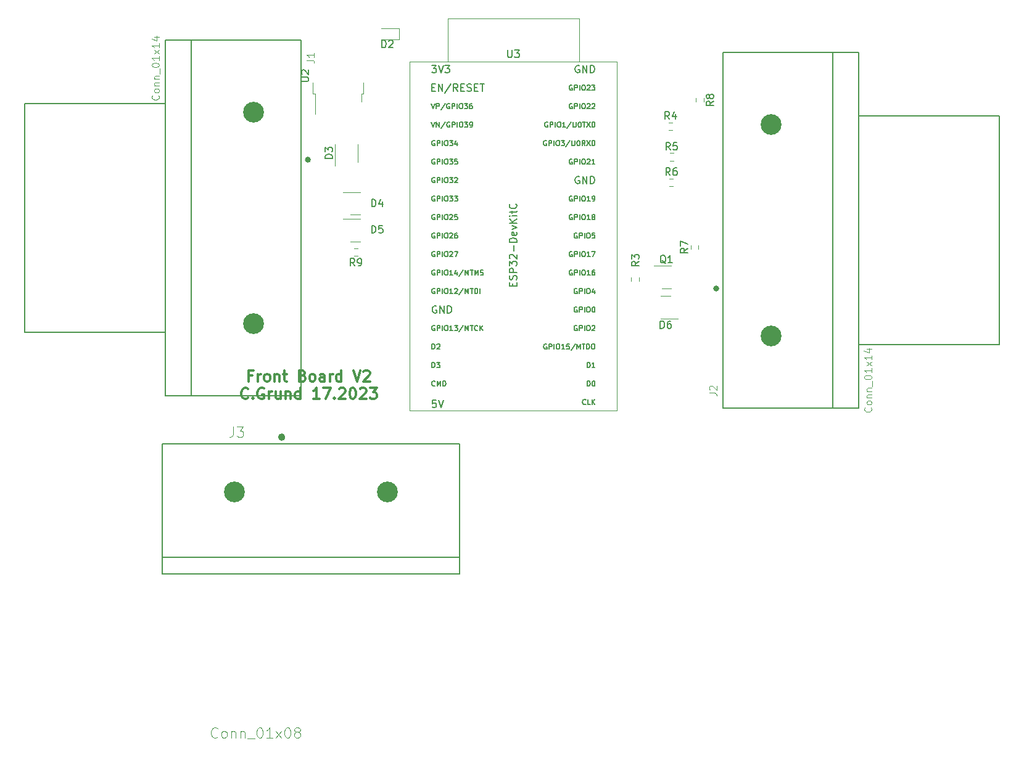
<source format=gbr>
%TF.GenerationSoftware,KiCad,Pcbnew,(6.0.1-0)*%
%TF.CreationDate,2023-02-28T13:35:45-05:00*%
%TF.ProjectId,Front Board,46726f6e-7420-4426-9f61-72642e6b6963,rev?*%
%TF.SameCoordinates,Original*%
%TF.FileFunction,Legend,Top*%
%TF.FilePolarity,Positive*%
%FSLAX46Y46*%
G04 Gerber Fmt 4.6, Leading zero omitted, Abs format (unit mm)*
G04 Created by KiCad (PCBNEW (6.0.1-0)) date 2023-02-28 13:35:45*
%MOMM*%
%LPD*%
G01*
G04 APERTURE LIST*
%ADD10C,0.300000*%
%ADD11C,0.150000*%
%ADD12C,0.050000*%
%ADD13C,0.120000*%
%ADD14C,0.127000*%
%ADD15C,0.500000*%
%ADD16C,0.400000*%
%ADD17C,2.850000*%
G04 APERTURE END LIST*
D10*
X114464285Y-110185357D02*
X113964285Y-110185357D01*
X113964285Y-110971071D02*
X113964285Y-109471071D01*
X114678571Y-109471071D01*
X115250000Y-110971071D02*
X115250000Y-109971071D01*
X115250000Y-110256785D02*
X115321428Y-110113928D01*
X115392857Y-110042500D01*
X115535714Y-109971071D01*
X115678571Y-109971071D01*
X116392857Y-110971071D02*
X116250000Y-110899642D01*
X116178571Y-110828214D01*
X116107142Y-110685357D01*
X116107142Y-110256785D01*
X116178571Y-110113928D01*
X116250000Y-110042500D01*
X116392857Y-109971071D01*
X116607142Y-109971071D01*
X116750000Y-110042500D01*
X116821428Y-110113928D01*
X116892857Y-110256785D01*
X116892857Y-110685357D01*
X116821428Y-110828214D01*
X116750000Y-110899642D01*
X116607142Y-110971071D01*
X116392857Y-110971071D01*
X117535714Y-109971071D02*
X117535714Y-110971071D01*
X117535714Y-110113928D02*
X117607142Y-110042500D01*
X117750000Y-109971071D01*
X117964285Y-109971071D01*
X118107142Y-110042500D01*
X118178571Y-110185357D01*
X118178571Y-110971071D01*
X118678571Y-109971071D02*
X119250000Y-109971071D01*
X118892857Y-109471071D02*
X118892857Y-110756785D01*
X118964285Y-110899642D01*
X119107142Y-110971071D01*
X119250000Y-110971071D01*
X121392857Y-110185357D02*
X121607142Y-110256785D01*
X121678571Y-110328214D01*
X121750000Y-110471071D01*
X121750000Y-110685357D01*
X121678571Y-110828214D01*
X121607142Y-110899642D01*
X121464285Y-110971071D01*
X120892857Y-110971071D01*
X120892857Y-109471071D01*
X121392857Y-109471071D01*
X121535714Y-109542500D01*
X121607142Y-109613928D01*
X121678571Y-109756785D01*
X121678571Y-109899642D01*
X121607142Y-110042500D01*
X121535714Y-110113928D01*
X121392857Y-110185357D01*
X120892857Y-110185357D01*
X122607142Y-110971071D02*
X122464285Y-110899642D01*
X122392857Y-110828214D01*
X122321428Y-110685357D01*
X122321428Y-110256785D01*
X122392857Y-110113928D01*
X122464285Y-110042500D01*
X122607142Y-109971071D01*
X122821428Y-109971071D01*
X122964285Y-110042500D01*
X123035714Y-110113928D01*
X123107142Y-110256785D01*
X123107142Y-110685357D01*
X123035714Y-110828214D01*
X122964285Y-110899642D01*
X122821428Y-110971071D01*
X122607142Y-110971071D01*
X124392857Y-110971071D02*
X124392857Y-110185357D01*
X124321428Y-110042500D01*
X124178571Y-109971071D01*
X123892857Y-109971071D01*
X123750000Y-110042500D01*
X124392857Y-110899642D02*
X124250000Y-110971071D01*
X123892857Y-110971071D01*
X123750000Y-110899642D01*
X123678571Y-110756785D01*
X123678571Y-110613928D01*
X123750000Y-110471071D01*
X123892857Y-110399642D01*
X124250000Y-110399642D01*
X124392857Y-110328214D01*
X125107142Y-110971071D02*
X125107142Y-109971071D01*
X125107142Y-110256785D02*
X125178571Y-110113928D01*
X125250000Y-110042500D01*
X125392857Y-109971071D01*
X125535714Y-109971071D01*
X126678571Y-110971071D02*
X126678571Y-109471071D01*
X126678571Y-110899642D02*
X126535714Y-110971071D01*
X126250000Y-110971071D01*
X126107142Y-110899642D01*
X126035714Y-110828214D01*
X125964285Y-110685357D01*
X125964285Y-110256785D01*
X126035714Y-110113928D01*
X126107142Y-110042500D01*
X126250000Y-109971071D01*
X126535714Y-109971071D01*
X126678571Y-110042500D01*
X128321428Y-109471071D02*
X128821428Y-110971071D01*
X129321428Y-109471071D01*
X129750000Y-109613928D02*
X129821428Y-109542500D01*
X129964285Y-109471071D01*
X130321428Y-109471071D01*
X130464285Y-109542500D01*
X130535714Y-109613928D01*
X130607142Y-109756785D01*
X130607142Y-109899642D01*
X130535714Y-110113928D01*
X129678571Y-110971071D01*
X130607142Y-110971071D01*
X113892857Y-113243214D02*
X113821428Y-113314642D01*
X113607142Y-113386071D01*
X113464285Y-113386071D01*
X113250000Y-113314642D01*
X113107142Y-113171785D01*
X113035714Y-113028928D01*
X112964285Y-112743214D01*
X112964285Y-112528928D01*
X113035714Y-112243214D01*
X113107142Y-112100357D01*
X113250000Y-111957500D01*
X113464285Y-111886071D01*
X113607142Y-111886071D01*
X113821428Y-111957500D01*
X113892857Y-112028928D01*
X114535714Y-113243214D02*
X114607142Y-113314642D01*
X114535714Y-113386071D01*
X114464285Y-113314642D01*
X114535714Y-113243214D01*
X114535714Y-113386071D01*
X116035714Y-111957500D02*
X115892857Y-111886071D01*
X115678571Y-111886071D01*
X115464285Y-111957500D01*
X115321428Y-112100357D01*
X115250000Y-112243214D01*
X115178571Y-112528928D01*
X115178571Y-112743214D01*
X115250000Y-113028928D01*
X115321428Y-113171785D01*
X115464285Y-113314642D01*
X115678571Y-113386071D01*
X115821428Y-113386071D01*
X116035714Y-113314642D01*
X116107142Y-113243214D01*
X116107142Y-112743214D01*
X115821428Y-112743214D01*
X116750000Y-113386071D02*
X116750000Y-112386071D01*
X116750000Y-112671785D02*
X116821428Y-112528928D01*
X116892857Y-112457500D01*
X117035714Y-112386071D01*
X117178571Y-112386071D01*
X118321428Y-112386071D02*
X118321428Y-113386071D01*
X117678571Y-112386071D02*
X117678571Y-113171785D01*
X117750000Y-113314642D01*
X117892857Y-113386071D01*
X118107142Y-113386071D01*
X118250000Y-113314642D01*
X118321428Y-113243214D01*
X119035714Y-112386071D02*
X119035714Y-113386071D01*
X119035714Y-112528928D02*
X119107142Y-112457500D01*
X119250000Y-112386071D01*
X119464285Y-112386071D01*
X119607142Y-112457500D01*
X119678571Y-112600357D01*
X119678571Y-113386071D01*
X121035714Y-113386071D02*
X121035714Y-111886071D01*
X121035714Y-113314642D02*
X120892857Y-113386071D01*
X120607142Y-113386071D01*
X120464285Y-113314642D01*
X120392857Y-113243214D01*
X120321428Y-113100357D01*
X120321428Y-112671785D01*
X120392857Y-112528928D01*
X120464285Y-112457500D01*
X120607142Y-112386071D01*
X120892857Y-112386071D01*
X121035714Y-112457500D01*
X123678571Y-113386071D02*
X122821428Y-113386071D01*
X123250000Y-113386071D02*
X123250000Y-111886071D01*
X123107142Y-112100357D01*
X122964285Y-112243214D01*
X122821428Y-112314642D01*
X124178571Y-111886071D02*
X125178571Y-111886071D01*
X124535714Y-113386071D01*
X125750000Y-113243214D02*
X125821428Y-113314642D01*
X125750000Y-113386071D01*
X125678571Y-113314642D01*
X125750000Y-113243214D01*
X125750000Y-113386071D01*
X126392857Y-112028928D02*
X126464285Y-111957500D01*
X126607142Y-111886071D01*
X126964285Y-111886071D01*
X127107142Y-111957500D01*
X127178571Y-112028928D01*
X127250000Y-112171785D01*
X127250000Y-112314642D01*
X127178571Y-112528928D01*
X126321428Y-113386071D01*
X127250000Y-113386071D01*
X128178571Y-111886071D02*
X128321428Y-111886071D01*
X128464285Y-111957500D01*
X128535714Y-112028928D01*
X128607142Y-112171785D01*
X128678571Y-112457500D01*
X128678571Y-112814642D01*
X128607142Y-113100357D01*
X128535714Y-113243214D01*
X128464285Y-113314642D01*
X128321428Y-113386071D01*
X128178571Y-113386071D01*
X128035714Y-113314642D01*
X127964285Y-113243214D01*
X127892857Y-113100357D01*
X127821428Y-112814642D01*
X127821428Y-112457500D01*
X127892857Y-112171785D01*
X127964285Y-112028928D01*
X128035714Y-111957500D01*
X128178571Y-111886071D01*
X129250000Y-112028928D02*
X129321428Y-111957500D01*
X129464285Y-111886071D01*
X129821428Y-111886071D01*
X129964285Y-111957500D01*
X130035714Y-112028928D01*
X130107142Y-112171785D01*
X130107142Y-112314642D01*
X130035714Y-112528928D01*
X129178571Y-113386071D01*
X130107142Y-113386071D01*
X130607142Y-111886071D02*
X131535714Y-111886071D01*
X131035714Y-112457500D01*
X131250000Y-112457500D01*
X131392857Y-112528928D01*
X131464285Y-112600357D01*
X131535714Y-112743214D01*
X131535714Y-113100357D01*
X131464285Y-113243214D01*
X131392857Y-113314642D01*
X131250000Y-113386071D01*
X130821428Y-113386071D01*
X130678571Y-113314642D01*
X130607142Y-113243214D01*
D11*
%TO.C,U2*%
X121202380Y-69761904D02*
X122011904Y-69761904D01*
X122107142Y-69714285D01*
X122154761Y-69666666D01*
X122202380Y-69571428D01*
X122202380Y-69380952D01*
X122154761Y-69285714D01*
X122107142Y-69238095D01*
X122011904Y-69190476D01*
X121202380Y-69190476D01*
X121297619Y-68761904D02*
X121250000Y-68714285D01*
X121202380Y-68619047D01*
X121202380Y-68380952D01*
X121250000Y-68285714D01*
X121297619Y-68238095D01*
X121392857Y-68190476D01*
X121488095Y-68190476D01*
X121630952Y-68238095D01*
X122202380Y-68809523D01*
X122202380Y-68190476D01*
%TO.C,U3*%
X149538095Y-65482380D02*
X149538095Y-66291904D01*
X149585714Y-66387142D01*
X149633333Y-66434761D01*
X149728571Y-66482380D01*
X149919047Y-66482380D01*
X150014285Y-66434761D01*
X150061904Y-66387142D01*
X150109523Y-66291904D01*
X150109523Y-65482380D01*
X150490476Y-65482380D02*
X151109523Y-65482380D01*
X150776190Y-65863333D01*
X150919047Y-65863333D01*
X151014285Y-65910952D01*
X151061904Y-65958571D01*
X151109523Y-66053809D01*
X151109523Y-66291904D01*
X151061904Y-66387142D01*
X151014285Y-66434761D01*
X150919047Y-66482380D01*
X150633333Y-66482380D01*
X150538095Y-66434761D01*
X150490476Y-66387142D01*
X150228571Y-97855238D02*
X150228571Y-97521904D01*
X150752380Y-97379047D02*
X150752380Y-97855238D01*
X149752380Y-97855238D01*
X149752380Y-97379047D01*
X150704761Y-96998095D02*
X150752380Y-96855238D01*
X150752380Y-96617142D01*
X150704761Y-96521904D01*
X150657142Y-96474285D01*
X150561904Y-96426666D01*
X150466666Y-96426666D01*
X150371428Y-96474285D01*
X150323809Y-96521904D01*
X150276190Y-96617142D01*
X150228571Y-96807619D01*
X150180952Y-96902857D01*
X150133333Y-96950476D01*
X150038095Y-96998095D01*
X149942857Y-96998095D01*
X149847619Y-96950476D01*
X149800000Y-96902857D01*
X149752380Y-96807619D01*
X149752380Y-96569523D01*
X149800000Y-96426666D01*
X150752380Y-95998095D02*
X149752380Y-95998095D01*
X149752380Y-95617142D01*
X149800000Y-95521904D01*
X149847619Y-95474285D01*
X149942857Y-95426666D01*
X150085714Y-95426666D01*
X150180952Y-95474285D01*
X150228571Y-95521904D01*
X150276190Y-95617142D01*
X150276190Y-95998095D01*
X149752380Y-95093333D02*
X149752380Y-94474285D01*
X150133333Y-94807619D01*
X150133333Y-94664761D01*
X150180952Y-94569523D01*
X150228571Y-94521904D01*
X150323809Y-94474285D01*
X150561904Y-94474285D01*
X150657142Y-94521904D01*
X150704761Y-94569523D01*
X150752380Y-94664761D01*
X150752380Y-94950476D01*
X150704761Y-95045714D01*
X150657142Y-95093333D01*
X149847619Y-94093333D02*
X149800000Y-94045714D01*
X149752380Y-93950476D01*
X149752380Y-93712380D01*
X149800000Y-93617142D01*
X149847619Y-93569523D01*
X149942857Y-93521904D01*
X150038095Y-93521904D01*
X150180952Y-93569523D01*
X150752380Y-94140952D01*
X150752380Y-93521904D01*
X150371428Y-93093333D02*
X150371428Y-92331428D01*
X150752380Y-91855238D02*
X149752380Y-91855238D01*
X149752380Y-91617142D01*
X149800000Y-91474285D01*
X149895238Y-91379047D01*
X149990476Y-91331428D01*
X150180952Y-91283809D01*
X150323809Y-91283809D01*
X150514285Y-91331428D01*
X150609523Y-91379047D01*
X150704761Y-91474285D01*
X150752380Y-91617142D01*
X150752380Y-91855238D01*
X150704761Y-90474285D02*
X150752380Y-90569523D01*
X150752380Y-90760000D01*
X150704761Y-90855238D01*
X150609523Y-90902857D01*
X150228571Y-90902857D01*
X150133333Y-90855238D01*
X150085714Y-90760000D01*
X150085714Y-90569523D01*
X150133333Y-90474285D01*
X150228571Y-90426666D01*
X150323809Y-90426666D01*
X150419047Y-90902857D01*
X150085714Y-90093333D02*
X150752380Y-89855238D01*
X150085714Y-89617142D01*
X150752380Y-89236190D02*
X149752380Y-89236190D01*
X150752380Y-88664761D02*
X150180952Y-89093333D01*
X149752380Y-88664761D02*
X150323809Y-89236190D01*
X150752380Y-88236190D02*
X150085714Y-88236190D01*
X149752380Y-88236190D02*
X149800000Y-88283809D01*
X149847619Y-88236190D01*
X149800000Y-88188571D01*
X149752380Y-88236190D01*
X149847619Y-88236190D01*
X150085714Y-87902857D02*
X150085714Y-87521904D01*
X149752380Y-87760000D02*
X150609523Y-87760000D01*
X150704761Y-87712380D01*
X150752380Y-87617142D01*
X150752380Y-87521904D01*
X150657142Y-86617142D02*
X150704761Y-86664761D01*
X150752380Y-86807619D01*
X150752380Y-86902857D01*
X150704761Y-87045714D01*
X150609523Y-87140952D01*
X150514285Y-87188571D01*
X150323809Y-87236190D01*
X150180952Y-87236190D01*
X149990476Y-87188571D01*
X149895238Y-87140952D01*
X149800000Y-87045714D01*
X149752380Y-86902857D01*
X149752380Y-86807619D01*
X149800000Y-86664761D01*
X149847619Y-86617142D01*
X139034166Y-75366666D02*
X139267500Y-76066666D01*
X139500833Y-75366666D01*
X139734166Y-76066666D02*
X139734166Y-75366666D01*
X140134166Y-76066666D01*
X140134166Y-75366666D01*
X140967500Y-75333333D02*
X140367500Y-76233333D01*
X141567500Y-75400000D02*
X141500833Y-75366666D01*
X141400833Y-75366666D01*
X141300833Y-75400000D01*
X141234166Y-75466666D01*
X141200833Y-75533333D01*
X141167500Y-75666666D01*
X141167500Y-75766666D01*
X141200833Y-75900000D01*
X141234166Y-75966666D01*
X141300833Y-76033333D01*
X141400833Y-76066666D01*
X141467500Y-76066666D01*
X141567500Y-76033333D01*
X141600833Y-76000000D01*
X141600833Y-75766666D01*
X141467500Y-75766666D01*
X141900833Y-76066666D02*
X141900833Y-75366666D01*
X142167500Y-75366666D01*
X142234166Y-75400000D01*
X142267500Y-75433333D01*
X142300833Y-75500000D01*
X142300833Y-75600000D01*
X142267500Y-75666666D01*
X142234166Y-75700000D01*
X142167500Y-75733333D01*
X141900833Y-75733333D01*
X142600833Y-76066666D02*
X142600833Y-75366666D01*
X143067500Y-75366666D02*
X143200833Y-75366666D01*
X143267500Y-75400000D01*
X143334166Y-75466666D01*
X143367500Y-75600000D01*
X143367500Y-75833333D01*
X143334166Y-75966666D01*
X143267500Y-76033333D01*
X143200833Y-76066666D01*
X143067500Y-76066666D01*
X143000833Y-76033333D01*
X142934166Y-75966666D01*
X142900833Y-75833333D01*
X142900833Y-75600000D01*
X142934166Y-75466666D01*
X143000833Y-75400000D01*
X143067500Y-75366666D01*
X143600833Y-75366666D02*
X144034166Y-75366666D01*
X143800833Y-75633333D01*
X143900833Y-75633333D01*
X143967500Y-75666666D01*
X144000833Y-75700000D01*
X144034166Y-75766666D01*
X144034166Y-75933333D01*
X144000833Y-76000000D01*
X143967500Y-76033333D01*
X143900833Y-76066666D01*
X143700833Y-76066666D01*
X143634166Y-76033333D01*
X143600833Y-76000000D01*
X144367500Y-76066666D02*
X144500833Y-76066666D01*
X144567500Y-76033333D01*
X144600833Y-76000000D01*
X144667500Y-75900000D01*
X144700833Y-75766666D01*
X144700833Y-75500000D01*
X144667500Y-75433333D01*
X144634166Y-75400000D01*
X144567500Y-75366666D01*
X144434166Y-75366666D01*
X144367500Y-75400000D01*
X144334166Y-75433333D01*
X144300833Y-75500000D01*
X144300833Y-75666666D01*
X144334166Y-75733333D01*
X144367500Y-75766666D01*
X144434166Y-75800000D01*
X144567500Y-75800000D01*
X144634166Y-75766666D01*
X144667500Y-75733333D01*
X144700833Y-75666666D01*
X139534166Y-111560000D02*
X139500833Y-111593333D01*
X139400833Y-111626666D01*
X139334166Y-111626666D01*
X139234166Y-111593333D01*
X139167500Y-111526666D01*
X139134166Y-111460000D01*
X139100833Y-111326666D01*
X139100833Y-111226666D01*
X139134166Y-111093333D01*
X139167500Y-111026666D01*
X139234166Y-110960000D01*
X139334166Y-110926666D01*
X139400833Y-110926666D01*
X139500833Y-110960000D01*
X139534166Y-110993333D01*
X139834166Y-111626666D02*
X139834166Y-110926666D01*
X140067500Y-111426666D01*
X140300833Y-110926666D01*
X140300833Y-111626666D01*
X140634166Y-111626666D02*
X140634166Y-110926666D01*
X140800833Y-110926666D01*
X140900833Y-110960000D01*
X140967500Y-111026666D01*
X141000833Y-111093333D01*
X141034166Y-111226666D01*
X141034166Y-111326666D01*
X141000833Y-111460000D01*
X140967500Y-111526666D01*
X140900833Y-111593333D01*
X140800833Y-111626666D01*
X140634166Y-111626666D01*
X158365833Y-93180000D02*
X158299166Y-93146666D01*
X158199166Y-93146666D01*
X158099166Y-93180000D01*
X158032500Y-93246666D01*
X157999166Y-93313333D01*
X157965833Y-93446666D01*
X157965833Y-93546666D01*
X157999166Y-93680000D01*
X158032500Y-93746666D01*
X158099166Y-93813333D01*
X158199166Y-93846666D01*
X158265833Y-93846666D01*
X158365833Y-93813333D01*
X158399166Y-93780000D01*
X158399166Y-93546666D01*
X158265833Y-93546666D01*
X158699166Y-93846666D02*
X158699166Y-93146666D01*
X158965833Y-93146666D01*
X159032500Y-93180000D01*
X159065833Y-93213333D01*
X159099166Y-93280000D01*
X159099166Y-93380000D01*
X159065833Y-93446666D01*
X159032500Y-93480000D01*
X158965833Y-93513333D01*
X158699166Y-93513333D01*
X159399166Y-93846666D02*
X159399166Y-93146666D01*
X159865833Y-93146666D02*
X159999166Y-93146666D01*
X160065833Y-93180000D01*
X160132500Y-93246666D01*
X160165833Y-93380000D01*
X160165833Y-93613333D01*
X160132500Y-93746666D01*
X160065833Y-93813333D01*
X159999166Y-93846666D01*
X159865833Y-93846666D01*
X159799166Y-93813333D01*
X159732500Y-93746666D01*
X159699166Y-93613333D01*
X159699166Y-93380000D01*
X159732500Y-93246666D01*
X159799166Y-93180000D01*
X159865833Y-93146666D01*
X160832500Y-93846666D02*
X160432500Y-93846666D01*
X160632500Y-93846666D02*
X160632500Y-93146666D01*
X160565833Y-93246666D01*
X160499166Y-93313333D01*
X160432500Y-93346666D01*
X161065833Y-93146666D02*
X161532500Y-93146666D01*
X161232500Y-93846666D01*
X139500833Y-77940000D02*
X139434166Y-77906666D01*
X139334166Y-77906666D01*
X139234166Y-77940000D01*
X139167500Y-78006666D01*
X139134166Y-78073333D01*
X139100833Y-78206666D01*
X139100833Y-78306666D01*
X139134166Y-78440000D01*
X139167500Y-78506666D01*
X139234166Y-78573333D01*
X139334166Y-78606666D01*
X139400833Y-78606666D01*
X139500833Y-78573333D01*
X139534166Y-78540000D01*
X139534166Y-78306666D01*
X139400833Y-78306666D01*
X139834166Y-78606666D02*
X139834166Y-77906666D01*
X140100833Y-77906666D01*
X140167500Y-77940000D01*
X140200833Y-77973333D01*
X140234166Y-78040000D01*
X140234166Y-78140000D01*
X140200833Y-78206666D01*
X140167500Y-78240000D01*
X140100833Y-78273333D01*
X139834166Y-78273333D01*
X140534166Y-78606666D02*
X140534166Y-77906666D01*
X141000833Y-77906666D02*
X141134166Y-77906666D01*
X141200833Y-77940000D01*
X141267500Y-78006666D01*
X141300833Y-78140000D01*
X141300833Y-78373333D01*
X141267500Y-78506666D01*
X141200833Y-78573333D01*
X141134166Y-78606666D01*
X141000833Y-78606666D01*
X140934166Y-78573333D01*
X140867500Y-78506666D01*
X140834166Y-78373333D01*
X140834166Y-78140000D01*
X140867500Y-78006666D01*
X140934166Y-77940000D01*
X141000833Y-77906666D01*
X141534166Y-77906666D02*
X141967500Y-77906666D01*
X141734166Y-78173333D01*
X141834166Y-78173333D01*
X141900833Y-78206666D01*
X141934166Y-78240000D01*
X141967500Y-78306666D01*
X141967500Y-78473333D01*
X141934166Y-78540000D01*
X141900833Y-78573333D01*
X141834166Y-78606666D01*
X141634166Y-78606666D01*
X141567500Y-78573333D01*
X141534166Y-78540000D01*
X142567500Y-78140000D02*
X142567500Y-78606666D01*
X142400833Y-77873333D02*
X142234166Y-78373333D01*
X142667500Y-78373333D01*
X158365833Y-95720000D02*
X158299166Y-95686666D01*
X158199166Y-95686666D01*
X158099166Y-95720000D01*
X158032500Y-95786666D01*
X157999166Y-95853333D01*
X157965833Y-95986666D01*
X157965833Y-96086666D01*
X157999166Y-96220000D01*
X158032500Y-96286666D01*
X158099166Y-96353333D01*
X158199166Y-96386666D01*
X158265833Y-96386666D01*
X158365833Y-96353333D01*
X158399166Y-96320000D01*
X158399166Y-96086666D01*
X158265833Y-96086666D01*
X158699166Y-96386666D02*
X158699166Y-95686666D01*
X158965833Y-95686666D01*
X159032500Y-95720000D01*
X159065833Y-95753333D01*
X159099166Y-95820000D01*
X159099166Y-95920000D01*
X159065833Y-95986666D01*
X159032500Y-96020000D01*
X158965833Y-96053333D01*
X158699166Y-96053333D01*
X159399166Y-96386666D02*
X159399166Y-95686666D01*
X159865833Y-95686666D02*
X159999166Y-95686666D01*
X160065833Y-95720000D01*
X160132500Y-95786666D01*
X160165833Y-95920000D01*
X160165833Y-96153333D01*
X160132500Y-96286666D01*
X160065833Y-96353333D01*
X159999166Y-96386666D01*
X159865833Y-96386666D01*
X159799166Y-96353333D01*
X159732500Y-96286666D01*
X159699166Y-96153333D01*
X159699166Y-95920000D01*
X159732500Y-95786666D01*
X159799166Y-95720000D01*
X159865833Y-95686666D01*
X160832500Y-96386666D02*
X160432500Y-96386666D01*
X160632500Y-96386666D02*
X160632500Y-95686666D01*
X160565833Y-95786666D01*
X160499166Y-95853333D01*
X160432500Y-95886666D01*
X161432500Y-95686666D02*
X161299166Y-95686666D01*
X161232500Y-95720000D01*
X161199166Y-95753333D01*
X161132500Y-95853333D01*
X161099166Y-95986666D01*
X161099166Y-96253333D01*
X161132500Y-96320000D01*
X161165833Y-96353333D01*
X161232500Y-96386666D01*
X161365833Y-96386666D01*
X161432500Y-96353333D01*
X161465833Y-96320000D01*
X161499166Y-96253333D01*
X161499166Y-96086666D01*
X161465833Y-96020000D01*
X161432500Y-95986666D01*
X161365833Y-95953333D01*
X161232500Y-95953333D01*
X161165833Y-95986666D01*
X161132500Y-96020000D01*
X161099166Y-96086666D01*
X139103105Y-70595851D02*
X139436439Y-70595851D01*
X139579296Y-71119660D02*
X139103105Y-71119660D01*
X139103105Y-70119660D01*
X139579296Y-70119660D01*
X140007867Y-71119660D02*
X140007867Y-70119660D01*
X140579296Y-71119660D01*
X140579296Y-70119660D01*
X141769772Y-70072041D02*
X140912629Y-71357756D01*
X142674534Y-71119660D02*
X142341200Y-70643470D01*
X142103105Y-71119660D02*
X142103105Y-70119660D01*
X142484058Y-70119660D01*
X142579296Y-70167280D01*
X142626915Y-70214899D01*
X142674534Y-70310137D01*
X142674534Y-70452994D01*
X142626915Y-70548232D01*
X142579296Y-70595851D01*
X142484058Y-70643470D01*
X142103105Y-70643470D01*
X143103105Y-70595851D02*
X143436439Y-70595851D01*
X143579296Y-71119660D02*
X143103105Y-71119660D01*
X143103105Y-70119660D01*
X143579296Y-70119660D01*
X143960248Y-71072041D02*
X144103105Y-71119660D01*
X144341200Y-71119660D01*
X144436439Y-71072041D01*
X144484058Y-71024422D01*
X144531677Y-70929184D01*
X144531677Y-70833946D01*
X144484058Y-70738708D01*
X144436439Y-70691089D01*
X144341200Y-70643470D01*
X144150724Y-70595851D01*
X144055486Y-70548232D01*
X144007867Y-70500613D01*
X143960248Y-70405375D01*
X143960248Y-70310137D01*
X144007867Y-70214899D01*
X144055486Y-70167280D01*
X144150724Y-70119660D01*
X144388820Y-70119660D01*
X144531677Y-70167280D01*
X144960248Y-70595851D02*
X145293581Y-70595851D01*
X145436439Y-71119660D02*
X144960248Y-71119660D01*
X144960248Y-70119660D01*
X145436439Y-70119660D01*
X145722153Y-70119660D02*
X146293581Y-70119660D01*
X146007867Y-71119660D02*
X146007867Y-70119660D01*
X159346785Y-82870000D02*
X159251547Y-82822380D01*
X159108690Y-82822380D01*
X158965833Y-82870000D01*
X158870595Y-82965238D01*
X158822976Y-83060476D01*
X158775357Y-83250952D01*
X158775357Y-83393809D01*
X158822976Y-83584285D01*
X158870595Y-83679523D01*
X158965833Y-83774761D01*
X159108690Y-83822380D01*
X159203928Y-83822380D01*
X159346785Y-83774761D01*
X159394404Y-83727142D01*
X159394404Y-83393809D01*
X159203928Y-83393809D01*
X159822976Y-83822380D02*
X159822976Y-82822380D01*
X160394404Y-83822380D01*
X160394404Y-82822380D01*
X160870595Y-83822380D02*
X160870595Y-82822380D01*
X161108690Y-82822380D01*
X161251547Y-82870000D01*
X161346785Y-82965238D01*
X161394404Y-83060476D01*
X161442023Y-83250952D01*
X161442023Y-83393809D01*
X161394404Y-83584285D01*
X161346785Y-83679523D01*
X161251547Y-83774761D01*
X161108690Y-83822380D01*
X160870595Y-83822380D01*
X139500833Y-83020000D02*
X139434166Y-82986666D01*
X139334166Y-82986666D01*
X139234166Y-83020000D01*
X139167500Y-83086666D01*
X139134166Y-83153333D01*
X139100833Y-83286666D01*
X139100833Y-83386666D01*
X139134166Y-83520000D01*
X139167500Y-83586666D01*
X139234166Y-83653333D01*
X139334166Y-83686666D01*
X139400833Y-83686666D01*
X139500833Y-83653333D01*
X139534166Y-83620000D01*
X139534166Y-83386666D01*
X139400833Y-83386666D01*
X139834166Y-83686666D02*
X139834166Y-82986666D01*
X140100833Y-82986666D01*
X140167500Y-83020000D01*
X140200833Y-83053333D01*
X140234166Y-83120000D01*
X140234166Y-83220000D01*
X140200833Y-83286666D01*
X140167500Y-83320000D01*
X140100833Y-83353333D01*
X139834166Y-83353333D01*
X140534166Y-83686666D02*
X140534166Y-82986666D01*
X141000833Y-82986666D02*
X141134166Y-82986666D01*
X141200833Y-83020000D01*
X141267500Y-83086666D01*
X141300833Y-83220000D01*
X141300833Y-83453333D01*
X141267500Y-83586666D01*
X141200833Y-83653333D01*
X141134166Y-83686666D01*
X141000833Y-83686666D01*
X140934166Y-83653333D01*
X140867500Y-83586666D01*
X140834166Y-83453333D01*
X140834166Y-83220000D01*
X140867500Y-83086666D01*
X140934166Y-83020000D01*
X141000833Y-82986666D01*
X141534166Y-82986666D02*
X141967500Y-82986666D01*
X141734166Y-83253333D01*
X141834166Y-83253333D01*
X141900833Y-83286666D01*
X141934166Y-83320000D01*
X141967500Y-83386666D01*
X141967500Y-83553333D01*
X141934166Y-83620000D01*
X141900833Y-83653333D01*
X141834166Y-83686666D01*
X141634166Y-83686666D01*
X141567500Y-83653333D01*
X141534166Y-83620000D01*
X142234166Y-83053333D02*
X142267500Y-83020000D01*
X142334166Y-82986666D01*
X142500833Y-82986666D01*
X142567500Y-83020000D01*
X142600833Y-83053333D01*
X142634166Y-83120000D01*
X142634166Y-83186666D01*
X142600833Y-83286666D01*
X142200833Y-83686666D01*
X142634166Y-83686666D01*
X158365833Y-88100000D02*
X158299166Y-88066666D01*
X158199166Y-88066666D01*
X158099166Y-88100000D01*
X158032500Y-88166666D01*
X157999166Y-88233333D01*
X157965833Y-88366666D01*
X157965833Y-88466666D01*
X157999166Y-88600000D01*
X158032500Y-88666666D01*
X158099166Y-88733333D01*
X158199166Y-88766666D01*
X158265833Y-88766666D01*
X158365833Y-88733333D01*
X158399166Y-88700000D01*
X158399166Y-88466666D01*
X158265833Y-88466666D01*
X158699166Y-88766666D02*
X158699166Y-88066666D01*
X158965833Y-88066666D01*
X159032500Y-88100000D01*
X159065833Y-88133333D01*
X159099166Y-88200000D01*
X159099166Y-88300000D01*
X159065833Y-88366666D01*
X159032500Y-88400000D01*
X158965833Y-88433333D01*
X158699166Y-88433333D01*
X159399166Y-88766666D02*
X159399166Y-88066666D01*
X159865833Y-88066666D02*
X159999166Y-88066666D01*
X160065833Y-88100000D01*
X160132500Y-88166666D01*
X160165833Y-88300000D01*
X160165833Y-88533333D01*
X160132500Y-88666666D01*
X160065833Y-88733333D01*
X159999166Y-88766666D01*
X159865833Y-88766666D01*
X159799166Y-88733333D01*
X159732500Y-88666666D01*
X159699166Y-88533333D01*
X159699166Y-88300000D01*
X159732500Y-88166666D01*
X159799166Y-88100000D01*
X159865833Y-88066666D01*
X160832500Y-88766666D02*
X160432500Y-88766666D01*
X160632500Y-88766666D02*
X160632500Y-88066666D01*
X160565833Y-88166666D01*
X160499166Y-88233333D01*
X160432500Y-88266666D01*
X161232500Y-88366666D02*
X161165833Y-88333333D01*
X161132500Y-88300000D01*
X161099166Y-88233333D01*
X161099166Y-88200000D01*
X161132500Y-88133333D01*
X161165833Y-88100000D01*
X161232500Y-88066666D01*
X161365833Y-88066666D01*
X161432500Y-88100000D01*
X161465833Y-88133333D01*
X161499166Y-88200000D01*
X161499166Y-88233333D01*
X161465833Y-88300000D01*
X161432500Y-88333333D01*
X161365833Y-88366666D01*
X161232500Y-88366666D01*
X161165833Y-88400000D01*
X161132500Y-88433333D01*
X161099166Y-88500000D01*
X161099166Y-88633333D01*
X161132500Y-88700000D01*
X161165833Y-88733333D01*
X161232500Y-88766666D01*
X161365833Y-88766666D01*
X161432500Y-88733333D01*
X161465833Y-88700000D01*
X161499166Y-88633333D01*
X161499166Y-88500000D01*
X161465833Y-88433333D01*
X161432500Y-88400000D01*
X161365833Y-88366666D01*
X159346785Y-67630000D02*
X159251547Y-67582380D01*
X159108690Y-67582380D01*
X158965833Y-67630000D01*
X158870595Y-67725238D01*
X158822976Y-67820476D01*
X158775357Y-68010952D01*
X158775357Y-68153809D01*
X158822976Y-68344285D01*
X158870595Y-68439523D01*
X158965833Y-68534761D01*
X159108690Y-68582380D01*
X159203928Y-68582380D01*
X159346785Y-68534761D01*
X159394404Y-68487142D01*
X159394404Y-68153809D01*
X159203928Y-68153809D01*
X159822976Y-68582380D02*
X159822976Y-67582380D01*
X160394404Y-68582380D01*
X160394404Y-67582380D01*
X160870595Y-68582380D02*
X160870595Y-67582380D01*
X161108690Y-67582380D01*
X161251547Y-67630000D01*
X161346785Y-67725238D01*
X161394404Y-67820476D01*
X161442023Y-68010952D01*
X161442023Y-68153809D01*
X161394404Y-68344285D01*
X161346785Y-68439523D01*
X161251547Y-68534761D01*
X161108690Y-68582380D01*
X160870595Y-68582380D01*
X139500833Y-85560000D02*
X139434166Y-85526666D01*
X139334166Y-85526666D01*
X139234166Y-85560000D01*
X139167500Y-85626666D01*
X139134166Y-85693333D01*
X139100833Y-85826666D01*
X139100833Y-85926666D01*
X139134166Y-86060000D01*
X139167500Y-86126666D01*
X139234166Y-86193333D01*
X139334166Y-86226666D01*
X139400833Y-86226666D01*
X139500833Y-86193333D01*
X139534166Y-86160000D01*
X139534166Y-85926666D01*
X139400833Y-85926666D01*
X139834166Y-86226666D02*
X139834166Y-85526666D01*
X140100833Y-85526666D01*
X140167500Y-85560000D01*
X140200833Y-85593333D01*
X140234166Y-85660000D01*
X140234166Y-85760000D01*
X140200833Y-85826666D01*
X140167500Y-85860000D01*
X140100833Y-85893333D01*
X139834166Y-85893333D01*
X140534166Y-86226666D02*
X140534166Y-85526666D01*
X141000833Y-85526666D02*
X141134166Y-85526666D01*
X141200833Y-85560000D01*
X141267500Y-85626666D01*
X141300833Y-85760000D01*
X141300833Y-85993333D01*
X141267500Y-86126666D01*
X141200833Y-86193333D01*
X141134166Y-86226666D01*
X141000833Y-86226666D01*
X140934166Y-86193333D01*
X140867500Y-86126666D01*
X140834166Y-85993333D01*
X140834166Y-85760000D01*
X140867500Y-85626666D01*
X140934166Y-85560000D01*
X141000833Y-85526666D01*
X141534166Y-85526666D02*
X141967500Y-85526666D01*
X141734166Y-85793333D01*
X141834166Y-85793333D01*
X141900833Y-85826666D01*
X141934166Y-85860000D01*
X141967500Y-85926666D01*
X141967500Y-86093333D01*
X141934166Y-86160000D01*
X141900833Y-86193333D01*
X141834166Y-86226666D01*
X141634166Y-86226666D01*
X141567500Y-86193333D01*
X141534166Y-86160000D01*
X142200833Y-85526666D02*
X142634166Y-85526666D01*
X142400833Y-85793333D01*
X142500833Y-85793333D01*
X142567500Y-85826666D01*
X142600833Y-85860000D01*
X142634166Y-85926666D01*
X142634166Y-86093333D01*
X142600833Y-86160000D01*
X142567500Y-86193333D01*
X142500833Y-86226666D01*
X142300833Y-86226666D01*
X142234166Y-86193333D01*
X142200833Y-86160000D01*
X159032500Y-90640000D02*
X158965833Y-90606666D01*
X158865833Y-90606666D01*
X158765833Y-90640000D01*
X158699166Y-90706666D01*
X158665833Y-90773333D01*
X158632500Y-90906666D01*
X158632500Y-91006666D01*
X158665833Y-91140000D01*
X158699166Y-91206666D01*
X158765833Y-91273333D01*
X158865833Y-91306666D01*
X158932500Y-91306666D01*
X159032500Y-91273333D01*
X159065833Y-91240000D01*
X159065833Y-91006666D01*
X158932500Y-91006666D01*
X159365833Y-91306666D02*
X159365833Y-90606666D01*
X159632500Y-90606666D01*
X159699166Y-90640000D01*
X159732500Y-90673333D01*
X159765833Y-90740000D01*
X159765833Y-90840000D01*
X159732500Y-90906666D01*
X159699166Y-90940000D01*
X159632500Y-90973333D01*
X159365833Y-90973333D01*
X160065833Y-91306666D02*
X160065833Y-90606666D01*
X160532500Y-90606666D02*
X160665833Y-90606666D01*
X160732500Y-90640000D01*
X160799166Y-90706666D01*
X160832500Y-90840000D01*
X160832500Y-91073333D01*
X160799166Y-91206666D01*
X160732500Y-91273333D01*
X160665833Y-91306666D01*
X160532500Y-91306666D01*
X160465833Y-91273333D01*
X160399166Y-91206666D01*
X160365833Y-91073333D01*
X160365833Y-90840000D01*
X160399166Y-90706666D01*
X160465833Y-90640000D01*
X160532500Y-90606666D01*
X161465833Y-90606666D02*
X161132500Y-90606666D01*
X161099166Y-90940000D01*
X161132500Y-90906666D01*
X161199166Y-90873333D01*
X161365833Y-90873333D01*
X161432500Y-90906666D01*
X161465833Y-90940000D01*
X161499166Y-91006666D01*
X161499166Y-91173333D01*
X161465833Y-91240000D01*
X161432500Y-91273333D01*
X161365833Y-91306666D01*
X161199166Y-91306666D01*
X161132500Y-91273333D01*
X161099166Y-91240000D01*
X139500833Y-103340000D02*
X139434166Y-103306666D01*
X139334166Y-103306666D01*
X139234166Y-103340000D01*
X139167500Y-103406666D01*
X139134166Y-103473333D01*
X139100833Y-103606666D01*
X139100833Y-103706666D01*
X139134166Y-103840000D01*
X139167500Y-103906666D01*
X139234166Y-103973333D01*
X139334166Y-104006666D01*
X139400833Y-104006666D01*
X139500833Y-103973333D01*
X139534166Y-103940000D01*
X139534166Y-103706666D01*
X139400833Y-103706666D01*
X139834166Y-104006666D02*
X139834166Y-103306666D01*
X140100833Y-103306666D01*
X140167500Y-103340000D01*
X140200833Y-103373333D01*
X140234166Y-103440000D01*
X140234166Y-103540000D01*
X140200833Y-103606666D01*
X140167500Y-103640000D01*
X140100833Y-103673333D01*
X139834166Y-103673333D01*
X140534166Y-104006666D02*
X140534166Y-103306666D01*
X141000833Y-103306666D02*
X141134166Y-103306666D01*
X141200833Y-103340000D01*
X141267500Y-103406666D01*
X141300833Y-103540000D01*
X141300833Y-103773333D01*
X141267500Y-103906666D01*
X141200833Y-103973333D01*
X141134166Y-104006666D01*
X141000833Y-104006666D01*
X140934166Y-103973333D01*
X140867500Y-103906666D01*
X140834166Y-103773333D01*
X140834166Y-103540000D01*
X140867500Y-103406666D01*
X140934166Y-103340000D01*
X141000833Y-103306666D01*
X141967500Y-104006666D02*
X141567500Y-104006666D01*
X141767500Y-104006666D02*
X141767500Y-103306666D01*
X141700833Y-103406666D01*
X141634166Y-103473333D01*
X141567500Y-103506666D01*
X142200833Y-103306666D02*
X142634166Y-103306666D01*
X142400833Y-103573333D01*
X142500833Y-103573333D01*
X142567500Y-103606666D01*
X142600833Y-103640000D01*
X142634166Y-103706666D01*
X142634166Y-103873333D01*
X142600833Y-103940000D01*
X142567500Y-103973333D01*
X142500833Y-104006666D01*
X142300833Y-104006666D01*
X142234166Y-103973333D01*
X142200833Y-103940000D01*
X143434166Y-103273333D02*
X142834166Y-104173333D01*
X143667500Y-104006666D02*
X143667500Y-103306666D01*
X143900833Y-103806666D01*
X144134166Y-103306666D01*
X144134166Y-104006666D01*
X144367500Y-103306666D02*
X144767500Y-103306666D01*
X144567500Y-104006666D02*
X144567500Y-103306666D01*
X145400833Y-103940000D02*
X145367500Y-103973333D01*
X145267500Y-104006666D01*
X145200833Y-104006666D01*
X145100833Y-103973333D01*
X145034166Y-103906666D01*
X145000833Y-103840000D01*
X144967500Y-103706666D01*
X144967500Y-103606666D01*
X145000833Y-103473333D01*
X145034166Y-103406666D01*
X145100833Y-103340000D01*
X145200833Y-103306666D01*
X145267500Y-103306666D01*
X145367500Y-103340000D01*
X145400833Y-103373333D01*
X145700833Y-104006666D02*
X145700833Y-103306666D01*
X146100833Y-104006666D02*
X145800833Y-103606666D01*
X146100833Y-103306666D02*
X145700833Y-103706666D01*
X139134166Y-109086666D02*
X139134166Y-108386666D01*
X139300833Y-108386666D01*
X139400833Y-108420000D01*
X139467500Y-108486666D01*
X139500833Y-108553333D01*
X139534166Y-108686666D01*
X139534166Y-108786666D01*
X139500833Y-108920000D01*
X139467500Y-108986666D01*
X139400833Y-109053333D01*
X139300833Y-109086666D01*
X139134166Y-109086666D01*
X139767500Y-108386666D02*
X140200833Y-108386666D01*
X139967500Y-108653333D01*
X140067500Y-108653333D01*
X140134166Y-108686666D01*
X140167500Y-108720000D01*
X140200833Y-108786666D01*
X140200833Y-108953333D01*
X140167500Y-109020000D01*
X140134166Y-109053333D01*
X140067500Y-109086666D01*
X139867500Y-109086666D01*
X139800833Y-109053333D01*
X139767500Y-109020000D01*
X158365833Y-85560000D02*
X158299166Y-85526666D01*
X158199166Y-85526666D01*
X158099166Y-85560000D01*
X158032500Y-85626666D01*
X157999166Y-85693333D01*
X157965833Y-85826666D01*
X157965833Y-85926666D01*
X157999166Y-86060000D01*
X158032500Y-86126666D01*
X158099166Y-86193333D01*
X158199166Y-86226666D01*
X158265833Y-86226666D01*
X158365833Y-86193333D01*
X158399166Y-86160000D01*
X158399166Y-85926666D01*
X158265833Y-85926666D01*
X158699166Y-86226666D02*
X158699166Y-85526666D01*
X158965833Y-85526666D01*
X159032500Y-85560000D01*
X159065833Y-85593333D01*
X159099166Y-85660000D01*
X159099166Y-85760000D01*
X159065833Y-85826666D01*
X159032500Y-85860000D01*
X158965833Y-85893333D01*
X158699166Y-85893333D01*
X159399166Y-86226666D02*
X159399166Y-85526666D01*
X159865833Y-85526666D02*
X159999166Y-85526666D01*
X160065833Y-85560000D01*
X160132500Y-85626666D01*
X160165833Y-85760000D01*
X160165833Y-85993333D01*
X160132500Y-86126666D01*
X160065833Y-86193333D01*
X159999166Y-86226666D01*
X159865833Y-86226666D01*
X159799166Y-86193333D01*
X159732500Y-86126666D01*
X159699166Y-85993333D01*
X159699166Y-85760000D01*
X159732500Y-85626666D01*
X159799166Y-85560000D01*
X159865833Y-85526666D01*
X160832500Y-86226666D02*
X160432500Y-86226666D01*
X160632500Y-86226666D02*
X160632500Y-85526666D01*
X160565833Y-85626666D01*
X160499166Y-85693333D01*
X160432500Y-85726666D01*
X161165833Y-86226666D02*
X161299166Y-86226666D01*
X161365833Y-86193333D01*
X161399166Y-86160000D01*
X161465833Y-86060000D01*
X161499166Y-85926666D01*
X161499166Y-85660000D01*
X161465833Y-85593333D01*
X161432500Y-85560000D01*
X161365833Y-85526666D01*
X161232500Y-85526666D01*
X161165833Y-85560000D01*
X161132500Y-85593333D01*
X161099166Y-85660000D01*
X161099166Y-85826666D01*
X161132500Y-85893333D01*
X161165833Y-85926666D01*
X161232500Y-85960000D01*
X161365833Y-85960000D01*
X161432500Y-85926666D01*
X161465833Y-85893333D01*
X161499166Y-85826666D01*
X160432500Y-111626666D02*
X160432500Y-110926666D01*
X160599166Y-110926666D01*
X160699166Y-110960000D01*
X160765833Y-111026666D01*
X160799166Y-111093333D01*
X160832500Y-111226666D01*
X160832500Y-111326666D01*
X160799166Y-111460000D01*
X160765833Y-111526666D01*
X160699166Y-111593333D01*
X160599166Y-111626666D01*
X160432500Y-111626666D01*
X161265833Y-110926666D02*
X161332500Y-110926666D01*
X161399166Y-110960000D01*
X161432500Y-110993333D01*
X161465833Y-111060000D01*
X161499166Y-111193333D01*
X161499166Y-111360000D01*
X161465833Y-111493333D01*
X161432500Y-111560000D01*
X161399166Y-111593333D01*
X161332500Y-111626666D01*
X161265833Y-111626666D01*
X161199166Y-111593333D01*
X161165833Y-111560000D01*
X161132500Y-111493333D01*
X161099166Y-111360000D01*
X161099166Y-111193333D01*
X161132500Y-111060000D01*
X161165833Y-110993333D01*
X161199166Y-110960000D01*
X161265833Y-110926666D01*
X158365833Y-80480000D02*
X158299166Y-80446666D01*
X158199166Y-80446666D01*
X158099166Y-80480000D01*
X158032500Y-80546666D01*
X157999166Y-80613333D01*
X157965833Y-80746666D01*
X157965833Y-80846666D01*
X157999166Y-80980000D01*
X158032500Y-81046666D01*
X158099166Y-81113333D01*
X158199166Y-81146666D01*
X158265833Y-81146666D01*
X158365833Y-81113333D01*
X158399166Y-81080000D01*
X158399166Y-80846666D01*
X158265833Y-80846666D01*
X158699166Y-81146666D02*
X158699166Y-80446666D01*
X158965833Y-80446666D01*
X159032500Y-80480000D01*
X159065833Y-80513333D01*
X159099166Y-80580000D01*
X159099166Y-80680000D01*
X159065833Y-80746666D01*
X159032500Y-80780000D01*
X158965833Y-80813333D01*
X158699166Y-80813333D01*
X159399166Y-81146666D02*
X159399166Y-80446666D01*
X159865833Y-80446666D02*
X159999166Y-80446666D01*
X160065833Y-80480000D01*
X160132500Y-80546666D01*
X160165833Y-80680000D01*
X160165833Y-80913333D01*
X160132500Y-81046666D01*
X160065833Y-81113333D01*
X159999166Y-81146666D01*
X159865833Y-81146666D01*
X159799166Y-81113333D01*
X159732500Y-81046666D01*
X159699166Y-80913333D01*
X159699166Y-80680000D01*
X159732500Y-80546666D01*
X159799166Y-80480000D01*
X159865833Y-80446666D01*
X160432500Y-80513333D02*
X160465833Y-80480000D01*
X160532500Y-80446666D01*
X160699166Y-80446666D01*
X160765833Y-80480000D01*
X160799166Y-80513333D01*
X160832500Y-80580000D01*
X160832500Y-80646666D01*
X160799166Y-80746666D01*
X160399166Y-81146666D01*
X160832500Y-81146666D01*
X161499166Y-81146666D02*
X161099166Y-81146666D01*
X161299166Y-81146666D02*
X161299166Y-80446666D01*
X161232500Y-80546666D01*
X161165833Y-80613333D01*
X161099166Y-80646666D01*
X139500833Y-90640000D02*
X139434166Y-90606666D01*
X139334166Y-90606666D01*
X139234166Y-90640000D01*
X139167500Y-90706666D01*
X139134166Y-90773333D01*
X139100833Y-90906666D01*
X139100833Y-91006666D01*
X139134166Y-91140000D01*
X139167500Y-91206666D01*
X139234166Y-91273333D01*
X139334166Y-91306666D01*
X139400833Y-91306666D01*
X139500833Y-91273333D01*
X139534166Y-91240000D01*
X139534166Y-91006666D01*
X139400833Y-91006666D01*
X139834166Y-91306666D02*
X139834166Y-90606666D01*
X140100833Y-90606666D01*
X140167500Y-90640000D01*
X140200833Y-90673333D01*
X140234166Y-90740000D01*
X140234166Y-90840000D01*
X140200833Y-90906666D01*
X140167500Y-90940000D01*
X140100833Y-90973333D01*
X139834166Y-90973333D01*
X140534166Y-91306666D02*
X140534166Y-90606666D01*
X141000833Y-90606666D02*
X141134166Y-90606666D01*
X141200833Y-90640000D01*
X141267500Y-90706666D01*
X141300833Y-90840000D01*
X141300833Y-91073333D01*
X141267500Y-91206666D01*
X141200833Y-91273333D01*
X141134166Y-91306666D01*
X141000833Y-91306666D01*
X140934166Y-91273333D01*
X140867500Y-91206666D01*
X140834166Y-91073333D01*
X140834166Y-90840000D01*
X140867500Y-90706666D01*
X140934166Y-90640000D01*
X141000833Y-90606666D01*
X141567500Y-90673333D02*
X141600833Y-90640000D01*
X141667500Y-90606666D01*
X141834166Y-90606666D01*
X141900833Y-90640000D01*
X141934166Y-90673333D01*
X141967500Y-90740000D01*
X141967500Y-90806666D01*
X141934166Y-90906666D01*
X141534166Y-91306666D01*
X141967500Y-91306666D01*
X142567500Y-90606666D02*
X142434166Y-90606666D01*
X142367500Y-90640000D01*
X142334166Y-90673333D01*
X142267500Y-90773333D01*
X142234166Y-90906666D01*
X142234166Y-91173333D01*
X142267500Y-91240000D01*
X142300833Y-91273333D01*
X142367500Y-91306666D01*
X142500833Y-91306666D01*
X142567500Y-91273333D01*
X142600833Y-91240000D01*
X142634166Y-91173333D01*
X142634166Y-91006666D01*
X142600833Y-90940000D01*
X142567500Y-90906666D01*
X142500833Y-90873333D01*
X142367500Y-90873333D01*
X142300833Y-90906666D01*
X142267500Y-90940000D01*
X142234166Y-91006666D01*
X159032500Y-103340000D02*
X158965833Y-103306666D01*
X158865833Y-103306666D01*
X158765833Y-103340000D01*
X158699166Y-103406666D01*
X158665833Y-103473333D01*
X158632500Y-103606666D01*
X158632500Y-103706666D01*
X158665833Y-103840000D01*
X158699166Y-103906666D01*
X158765833Y-103973333D01*
X158865833Y-104006666D01*
X158932500Y-104006666D01*
X159032500Y-103973333D01*
X159065833Y-103940000D01*
X159065833Y-103706666D01*
X158932500Y-103706666D01*
X159365833Y-104006666D02*
X159365833Y-103306666D01*
X159632500Y-103306666D01*
X159699166Y-103340000D01*
X159732500Y-103373333D01*
X159765833Y-103440000D01*
X159765833Y-103540000D01*
X159732500Y-103606666D01*
X159699166Y-103640000D01*
X159632500Y-103673333D01*
X159365833Y-103673333D01*
X160065833Y-104006666D02*
X160065833Y-103306666D01*
X160532500Y-103306666D02*
X160665833Y-103306666D01*
X160732500Y-103340000D01*
X160799166Y-103406666D01*
X160832500Y-103540000D01*
X160832500Y-103773333D01*
X160799166Y-103906666D01*
X160732500Y-103973333D01*
X160665833Y-104006666D01*
X160532500Y-104006666D01*
X160465833Y-103973333D01*
X160399166Y-103906666D01*
X160365833Y-103773333D01*
X160365833Y-103540000D01*
X160399166Y-103406666D01*
X160465833Y-103340000D01*
X160532500Y-103306666D01*
X161099166Y-103373333D02*
X161132500Y-103340000D01*
X161199166Y-103306666D01*
X161365833Y-103306666D01*
X161432500Y-103340000D01*
X161465833Y-103373333D01*
X161499166Y-103440000D01*
X161499166Y-103506666D01*
X161465833Y-103606666D01*
X161065833Y-104006666D01*
X161499166Y-104006666D01*
X160432500Y-109086666D02*
X160432500Y-108386666D01*
X160599166Y-108386666D01*
X160699166Y-108420000D01*
X160765833Y-108486666D01*
X160799166Y-108553333D01*
X160832500Y-108686666D01*
X160832500Y-108786666D01*
X160799166Y-108920000D01*
X160765833Y-108986666D01*
X160699166Y-109053333D01*
X160599166Y-109086666D01*
X160432500Y-109086666D01*
X161499166Y-109086666D02*
X161099166Y-109086666D01*
X161299166Y-109086666D02*
X161299166Y-108386666D01*
X161232500Y-108486666D01*
X161165833Y-108553333D01*
X161099166Y-108586666D01*
X139500833Y-80480000D02*
X139434166Y-80446666D01*
X139334166Y-80446666D01*
X139234166Y-80480000D01*
X139167500Y-80546666D01*
X139134166Y-80613333D01*
X139100833Y-80746666D01*
X139100833Y-80846666D01*
X139134166Y-80980000D01*
X139167500Y-81046666D01*
X139234166Y-81113333D01*
X139334166Y-81146666D01*
X139400833Y-81146666D01*
X139500833Y-81113333D01*
X139534166Y-81080000D01*
X139534166Y-80846666D01*
X139400833Y-80846666D01*
X139834166Y-81146666D02*
X139834166Y-80446666D01*
X140100833Y-80446666D01*
X140167500Y-80480000D01*
X140200833Y-80513333D01*
X140234166Y-80580000D01*
X140234166Y-80680000D01*
X140200833Y-80746666D01*
X140167500Y-80780000D01*
X140100833Y-80813333D01*
X139834166Y-80813333D01*
X140534166Y-81146666D02*
X140534166Y-80446666D01*
X141000833Y-80446666D02*
X141134166Y-80446666D01*
X141200833Y-80480000D01*
X141267500Y-80546666D01*
X141300833Y-80680000D01*
X141300833Y-80913333D01*
X141267500Y-81046666D01*
X141200833Y-81113333D01*
X141134166Y-81146666D01*
X141000833Y-81146666D01*
X140934166Y-81113333D01*
X140867500Y-81046666D01*
X140834166Y-80913333D01*
X140834166Y-80680000D01*
X140867500Y-80546666D01*
X140934166Y-80480000D01*
X141000833Y-80446666D01*
X141534166Y-80446666D02*
X141967500Y-80446666D01*
X141734166Y-80713333D01*
X141834166Y-80713333D01*
X141900833Y-80746666D01*
X141934166Y-80780000D01*
X141967500Y-80846666D01*
X141967500Y-81013333D01*
X141934166Y-81080000D01*
X141900833Y-81113333D01*
X141834166Y-81146666D01*
X141634166Y-81146666D01*
X141567500Y-81113333D01*
X141534166Y-81080000D01*
X142600833Y-80446666D02*
X142267500Y-80446666D01*
X142234166Y-80780000D01*
X142267500Y-80746666D01*
X142334166Y-80713333D01*
X142500833Y-80713333D01*
X142567500Y-80746666D01*
X142600833Y-80780000D01*
X142634166Y-80846666D01*
X142634166Y-81013333D01*
X142600833Y-81080000D01*
X142567500Y-81113333D01*
X142500833Y-81146666D01*
X142334166Y-81146666D01*
X142267500Y-81113333D01*
X142234166Y-81080000D01*
X154999166Y-75400000D02*
X154932500Y-75366666D01*
X154832500Y-75366666D01*
X154732500Y-75400000D01*
X154665833Y-75466666D01*
X154632500Y-75533333D01*
X154599166Y-75666666D01*
X154599166Y-75766666D01*
X154632500Y-75900000D01*
X154665833Y-75966666D01*
X154732500Y-76033333D01*
X154832500Y-76066666D01*
X154899166Y-76066666D01*
X154999166Y-76033333D01*
X155032500Y-76000000D01*
X155032500Y-75766666D01*
X154899166Y-75766666D01*
X155332500Y-76066666D02*
X155332500Y-75366666D01*
X155599166Y-75366666D01*
X155665833Y-75400000D01*
X155699166Y-75433333D01*
X155732500Y-75500000D01*
X155732500Y-75600000D01*
X155699166Y-75666666D01*
X155665833Y-75700000D01*
X155599166Y-75733333D01*
X155332500Y-75733333D01*
X156032500Y-76066666D02*
X156032500Y-75366666D01*
X156499166Y-75366666D02*
X156632500Y-75366666D01*
X156699166Y-75400000D01*
X156765833Y-75466666D01*
X156799166Y-75600000D01*
X156799166Y-75833333D01*
X156765833Y-75966666D01*
X156699166Y-76033333D01*
X156632500Y-76066666D01*
X156499166Y-76066666D01*
X156432500Y-76033333D01*
X156365833Y-75966666D01*
X156332500Y-75833333D01*
X156332500Y-75600000D01*
X156365833Y-75466666D01*
X156432500Y-75400000D01*
X156499166Y-75366666D01*
X157465833Y-76066666D02*
X157065833Y-76066666D01*
X157265833Y-76066666D02*
X157265833Y-75366666D01*
X157199166Y-75466666D01*
X157132500Y-75533333D01*
X157065833Y-75566666D01*
X158265833Y-75333333D02*
X157665833Y-76233333D01*
X158499166Y-75366666D02*
X158499166Y-75933333D01*
X158532500Y-76000000D01*
X158565833Y-76033333D01*
X158632500Y-76066666D01*
X158765833Y-76066666D01*
X158832500Y-76033333D01*
X158865833Y-76000000D01*
X158899166Y-75933333D01*
X158899166Y-75366666D01*
X159365833Y-75366666D02*
X159432500Y-75366666D01*
X159499166Y-75400000D01*
X159532500Y-75433333D01*
X159565833Y-75500000D01*
X159599166Y-75633333D01*
X159599166Y-75800000D01*
X159565833Y-75933333D01*
X159532500Y-76000000D01*
X159499166Y-76033333D01*
X159432500Y-76066666D01*
X159365833Y-76066666D01*
X159299166Y-76033333D01*
X159265833Y-76000000D01*
X159232500Y-75933333D01*
X159199166Y-75800000D01*
X159199166Y-75633333D01*
X159232500Y-75500000D01*
X159265833Y-75433333D01*
X159299166Y-75400000D01*
X159365833Y-75366666D01*
X159799166Y-75366666D02*
X160199166Y-75366666D01*
X159999166Y-76066666D02*
X159999166Y-75366666D01*
X160365833Y-75366666D02*
X160832500Y-76066666D01*
X160832500Y-75366666D02*
X160365833Y-76066666D01*
X161099166Y-76066666D02*
X161099166Y-75366666D01*
X161265833Y-75366666D01*
X161365833Y-75400000D01*
X161432500Y-75466666D01*
X161465833Y-75533333D01*
X161499166Y-75666666D01*
X161499166Y-75766666D01*
X161465833Y-75900000D01*
X161432500Y-75966666D01*
X161365833Y-76033333D01*
X161265833Y-76066666D01*
X161099166Y-76066666D01*
X139678105Y-113553660D02*
X139201915Y-113553660D01*
X139154296Y-114029851D01*
X139201915Y-113982232D01*
X139297153Y-113934613D01*
X139535248Y-113934613D01*
X139630486Y-113982232D01*
X139678105Y-114029851D01*
X139725724Y-114125089D01*
X139725724Y-114363184D01*
X139678105Y-114458422D01*
X139630486Y-114506041D01*
X139535248Y-114553660D01*
X139297153Y-114553660D01*
X139201915Y-114506041D01*
X139154296Y-114458422D01*
X140011439Y-113553660D02*
X140344772Y-114553660D01*
X140678105Y-113553660D01*
X139500833Y-93180000D02*
X139434166Y-93146666D01*
X139334166Y-93146666D01*
X139234166Y-93180000D01*
X139167500Y-93246666D01*
X139134166Y-93313333D01*
X139100833Y-93446666D01*
X139100833Y-93546666D01*
X139134166Y-93680000D01*
X139167500Y-93746666D01*
X139234166Y-93813333D01*
X139334166Y-93846666D01*
X139400833Y-93846666D01*
X139500833Y-93813333D01*
X139534166Y-93780000D01*
X139534166Y-93546666D01*
X139400833Y-93546666D01*
X139834166Y-93846666D02*
X139834166Y-93146666D01*
X140100833Y-93146666D01*
X140167500Y-93180000D01*
X140200833Y-93213333D01*
X140234166Y-93280000D01*
X140234166Y-93380000D01*
X140200833Y-93446666D01*
X140167500Y-93480000D01*
X140100833Y-93513333D01*
X139834166Y-93513333D01*
X140534166Y-93846666D02*
X140534166Y-93146666D01*
X141000833Y-93146666D02*
X141134166Y-93146666D01*
X141200833Y-93180000D01*
X141267500Y-93246666D01*
X141300833Y-93380000D01*
X141300833Y-93613333D01*
X141267500Y-93746666D01*
X141200833Y-93813333D01*
X141134166Y-93846666D01*
X141000833Y-93846666D01*
X140934166Y-93813333D01*
X140867500Y-93746666D01*
X140834166Y-93613333D01*
X140834166Y-93380000D01*
X140867500Y-93246666D01*
X140934166Y-93180000D01*
X141000833Y-93146666D01*
X141567500Y-93213333D02*
X141600833Y-93180000D01*
X141667500Y-93146666D01*
X141834166Y-93146666D01*
X141900833Y-93180000D01*
X141934166Y-93213333D01*
X141967500Y-93280000D01*
X141967500Y-93346666D01*
X141934166Y-93446666D01*
X141534166Y-93846666D01*
X141967500Y-93846666D01*
X142200833Y-93146666D02*
X142667500Y-93146666D01*
X142367500Y-93846666D01*
X158365833Y-70320000D02*
X158299166Y-70286666D01*
X158199166Y-70286666D01*
X158099166Y-70320000D01*
X158032500Y-70386666D01*
X157999166Y-70453333D01*
X157965833Y-70586666D01*
X157965833Y-70686666D01*
X157999166Y-70820000D01*
X158032500Y-70886666D01*
X158099166Y-70953333D01*
X158199166Y-70986666D01*
X158265833Y-70986666D01*
X158365833Y-70953333D01*
X158399166Y-70920000D01*
X158399166Y-70686666D01*
X158265833Y-70686666D01*
X158699166Y-70986666D02*
X158699166Y-70286666D01*
X158965833Y-70286666D01*
X159032500Y-70320000D01*
X159065833Y-70353333D01*
X159099166Y-70420000D01*
X159099166Y-70520000D01*
X159065833Y-70586666D01*
X159032500Y-70620000D01*
X158965833Y-70653333D01*
X158699166Y-70653333D01*
X159399166Y-70986666D02*
X159399166Y-70286666D01*
X159865833Y-70286666D02*
X159999166Y-70286666D01*
X160065833Y-70320000D01*
X160132500Y-70386666D01*
X160165833Y-70520000D01*
X160165833Y-70753333D01*
X160132500Y-70886666D01*
X160065833Y-70953333D01*
X159999166Y-70986666D01*
X159865833Y-70986666D01*
X159799166Y-70953333D01*
X159732500Y-70886666D01*
X159699166Y-70753333D01*
X159699166Y-70520000D01*
X159732500Y-70386666D01*
X159799166Y-70320000D01*
X159865833Y-70286666D01*
X160432500Y-70353333D02*
X160465833Y-70320000D01*
X160532500Y-70286666D01*
X160699166Y-70286666D01*
X160765833Y-70320000D01*
X160799166Y-70353333D01*
X160832500Y-70420000D01*
X160832500Y-70486666D01*
X160799166Y-70586666D01*
X160399166Y-70986666D01*
X160832500Y-70986666D01*
X161065833Y-70286666D02*
X161499166Y-70286666D01*
X161265833Y-70553333D01*
X161365833Y-70553333D01*
X161432500Y-70586666D01*
X161465833Y-70620000D01*
X161499166Y-70686666D01*
X161499166Y-70853333D01*
X161465833Y-70920000D01*
X161432500Y-70953333D01*
X161365833Y-70986666D01*
X161165833Y-70986666D01*
X161099166Y-70953333D01*
X161065833Y-70920000D01*
X159032500Y-98260000D02*
X158965833Y-98226666D01*
X158865833Y-98226666D01*
X158765833Y-98260000D01*
X158699166Y-98326666D01*
X158665833Y-98393333D01*
X158632500Y-98526666D01*
X158632500Y-98626666D01*
X158665833Y-98760000D01*
X158699166Y-98826666D01*
X158765833Y-98893333D01*
X158865833Y-98926666D01*
X158932500Y-98926666D01*
X159032500Y-98893333D01*
X159065833Y-98860000D01*
X159065833Y-98626666D01*
X158932500Y-98626666D01*
X159365833Y-98926666D02*
X159365833Y-98226666D01*
X159632500Y-98226666D01*
X159699166Y-98260000D01*
X159732500Y-98293333D01*
X159765833Y-98360000D01*
X159765833Y-98460000D01*
X159732500Y-98526666D01*
X159699166Y-98560000D01*
X159632500Y-98593333D01*
X159365833Y-98593333D01*
X160065833Y-98926666D02*
X160065833Y-98226666D01*
X160532500Y-98226666D02*
X160665833Y-98226666D01*
X160732500Y-98260000D01*
X160799166Y-98326666D01*
X160832500Y-98460000D01*
X160832500Y-98693333D01*
X160799166Y-98826666D01*
X160732500Y-98893333D01*
X160665833Y-98926666D01*
X160532500Y-98926666D01*
X160465833Y-98893333D01*
X160399166Y-98826666D01*
X160365833Y-98693333D01*
X160365833Y-98460000D01*
X160399166Y-98326666D01*
X160465833Y-98260000D01*
X160532500Y-98226666D01*
X161432500Y-98460000D02*
X161432500Y-98926666D01*
X161265833Y-98193333D02*
X161099166Y-98693333D01*
X161532500Y-98693333D01*
X154832500Y-77940000D02*
X154765833Y-77906666D01*
X154665833Y-77906666D01*
X154565833Y-77940000D01*
X154499166Y-78006666D01*
X154465833Y-78073333D01*
X154432500Y-78206666D01*
X154432500Y-78306666D01*
X154465833Y-78440000D01*
X154499166Y-78506666D01*
X154565833Y-78573333D01*
X154665833Y-78606666D01*
X154732500Y-78606666D01*
X154832500Y-78573333D01*
X154865833Y-78540000D01*
X154865833Y-78306666D01*
X154732500Y-78306666D01*
X155165833Y-78606666D02*
X155165833Y-77906666D01*
X155432500Y-77906666D01*
X155499166Y-77940000D01*
X155532500Y-77973333D01*
X155565833Y-78040000D01*
X155565833Y-78140000D01*
X155532500Y-78206666D01*
X155499166Y-78240000D01*
X155432500Y-78273333D01*
X155165833Y-78273333D01*
X155865833Y-78606666D02*
X155865833Y-77906666D01*
X156332500Y-77906666D02*
X156465833Y-77906666D01*
X156532500Y-77940000D01*
X156599166Y-78006666D01*
X156632500Y-78140000D01*
X156632500Y-78373333D01*
X156599166Y-78506666D01*
X156532500Y-78573333D01*
X156465833Y-78606666D01*
X156332500Y-78606666D01*
X156265833Y-78573333D01*
X156199166Y-78506666D01*
X156165833Y-78373333D01*
X156165833Y-78140000D01*
X156199166Y-78006666D01*
X156265833Y-77940000D01*
X156332500Y-77906666D01*
X156865833Y-77906666D02*
X157299166Y-77906666D01*
X157065833Y-78173333D01*
X157165833Y-78173333D01*
X157232500Y-78206666D01*
X157265833Y-78240000D01*
X157299166Y-78306666D01*
X157299166Y-78473333D01*
X157265833Y-78540000D01*
X157232500Y-78573333D01*
X157165833Y-78606666D01*
X156965833Y-78606666D01*
X156899166Y-78573333D01*
X156865833Y-78540000D01*
X158099166Y-77873333D02*
X157499166Y-78773333D01*
X158332500Y-77906666D02*
X158332500Y-78473333D01*
X158365833Y-78540000D01*
X158399166Y-78573333D01*
X158465833Y-78606666D01*
X158599166Y-78606666D01*
X158665833Y-78573333D01*
X158699166Y-78540000D01*
X158732500Y-78473333D01*
X158732500Y-77906666D01*
X159199166Y-77906666D02*
X159265833Y-77906666D01*
X159332500Y-77940000D01*
X159365833Y-77973333D01*
X159399166Y-78040000D01*
X159432500Y-78173333D01*
X159432500Y-78340000D01*
X159399166Y-78473333D01*
X159365833Y-78540000D01*
X159332500Y-78573333D01*
X159265833Y-78606666D01*
X159199166Y-78606666D01*
X159132500Y-78573333D01*
X159099166Y-78540000D01*
X159065833Y-78473333D01*
X159032500Y-78340000D01*
X159032500Y-78173333D01*
X159065833Y-78040000D01*
X159099166Y-77973333D01*
X159132500Y-77940000D01*
X159199166Y-77906666D01*
X160132500Y-78606666D02*
X159899166Y-78273333D01*
X159732500Y-78606666D02*
X159732500Y-77906666D01*
X159999166Y-77906666D01*
X160065833Y-77940000D01*
X160099166Y-77973333D01*
X160132500Y-78040000D01*
X160132500Y-78140000D01*
X160099166Y-78206666D01*
X160065833Y-78240000D01*
X159999166Y-78273333D01*
X159732500Y-78273333D01*
X160365833Y-77906666D02*
X160832500Y-78606666D01*
X160832500Y-77906666D02*
X160365833Y-78606666D01*
X161099166Y-78606666D02*
X161099166Y-77906666D01*
X161265833Y-77906666D01*
X161365833Y-77940000D01*
X161432500Y-78006666D01*
X161465833Y-78073333D01*
X161499166Y-78206666D01*
X161499166Y-78306666D01*
X161465833Y-78440000D01*
X161432500Y-78506666D01*
X161365833Y-78573333D01*
X161265833Y-78606666D01*
X161099166Y-78606666D01*
X139729404Y-100650000D02*
X139634166Y-100602380D01*
X139491309Y-100602380D01*
X139348452Y-100650000D01*
X139253214Y-100745238D01*
X139205595Y-100840476D01*
X139157976Y-101030952D01*
X139157976Y-101173809D01*
X139205595Y-101364285D01*
X139253214Y-101459523D01*
X139348452Y-101554761D01*
X139491309Y-101602380D01*
X139586547Y-101602380D01*
X139729404Y-101554761D01*
X139777023Y-101507142D01*
X139777023Y-101173809D01*
X139586547Y-101173809D01*
X140205595Y-101602380D02*
X140205595Y-100602380D01*
X140777023Y-101602380D01*
X140777023Y-100602380D01*
X141253214Y-101602380D02*
X141253214Y-100602380D01*
X141491309Y-100602380D01*
X141634166Y-100650000D01*
X141729404Y-100745238D01*
X141777023Y-100840476D01*
X141824642Y-101030952D01*
X141824642Y-101173809D01*
X141777023Y-101364285D01*
X141729404Y-101459523D01*
X141634166Y-101554761D01*
X141491309Y-101602380D01*
X141253214Y-101602380D01*
X160232500Y-114100000D02*
X160199166Y-114133333D01*
X160099166Y-114166666D01*
X160032500Y-114166666D01*
X159932500Y-114133333D01*
X159865833Y-114066666D01*
X159832500Y-114000000D01*
X159799166Y-113866666D01*
X159799166Y-113766666D01*
X159832500Y-113633333D01*
X159865833Y-113566666D01*
X159932500Y-113500000D01*
X160032500Y-113466666D01*
X160099166Y-113466666D01*
X160199166Y-113500000D01*
X160232500Y-113533333D01*
X160865833Y-114166666D02*
X160532500Y-114166666D01*
X160532500Y-113466666D01*
X161099166Y-114166666D02*
X161099166Y-113466666D01*
X161499166Y-114166666D02*
X161199166Y-113766666D01*
X161499166Y-113466666D02*
X161099166Y-113866666D01*
X139034166Y-72826666D02*
X139267500Y-73526666D01*
X139500833Y-72826666D01*
X139734166Y-73526666D02*
X139734166Y-72826666D01*
X140000833Y-72826666D01*
X140067500Y-72860000D01*
X140100833Y-72893333D01*
X140134166Y-72960000D01*
X140134166Y-73060000D01*
X140100833Y-73126666D01*
X140067500Y-73160000D01*
X140000833Y-73193333D01*
X139734166Y-73193333D01*
X140934166Y-72793333D02*
X140334166Y-73693333D01*
X141534166Y-72860000D02*
X141467500Y-72826666D01*
X141367500Y-72826666D01*
X141267500Y-72860000D01*
X141200833Y-72926666D01*
X141167500Y-72993333D01*
X141134166Y-73126666D01*
X141134166Y-73226666D01*
X141167500Y-73360000D01*
X141200833Y-73426666D01*
X141267500Y-73493333D01*
X141367500Y-73526666D01*
X141434166Y-73526666D01*
X141534166Y-73493333D01*
X141567500Y-73460000D01*
X141567500Y-73226666D01*
X141434166Y-73226666D01*
X141867500Y-73526666D02*
X141867500Y-72826666D01*
X142134166Y-72826666D01*
X142200833Y-72860000D01*
X142234166Y-72893333D01*
X142267500Y-72960000D01*
X142267500Y-73060000D01*
X142234166Y-73126666D01*
X142200833Y-73160000D01*
X142134166Y-73193333D01*
X141867500Y-73193333D01*
X142567500Y-73526666D02*
X142567500Y-72826666D01*
X143034166Y-72826666D02*
X143167500Y-72826666D01*
X143234166Y-72860000D01*
X143300833Y-72926666D01*
X143334166Y-73060000D01*
X143334166Y-73293333D01*
X143300833Y-73426666D01*
X143234166Y-73493333D01*
X143167500Y-73526666D01*
X143034166Y-73526666D01*
X142967500Y-73493333D01*
X142900833Y-73426666D01*
X142867500Y-73293333D01*
X142867500Y-73060000D01*
X142900833Y-72926666D01*
X142967500Y-72860000D01*
X143034166Y-72826666D01*
X143567500Y-72826666D02*
X144000833Y-72826666D01*
X143767500Y-73093333D01*
X143867500Y-73093333D01*
X143934166Y-73126666D01*
X143967500Y-73160000D01*
X144000833Y-73226666D01*
X144000833Y-73393333D01*
X143967500Y-73460000D01*
X143934166Y-73493333D01*
X143867500Y-73526666D01*
X143667500Y-73526666D01*
X143600833Y-73493333D01*
X143567500Y-73460000D01*
X144600833Y-72826666D02*
X144467500Y-72826666D01*
X144400833Y-72860000D01*
X144367500Y-72893333D01*
X144300833Y-72993333D01*
X144267500Y-73126666D01*
X144267500Y-73393333D01*
X144300833Y-73460000D01*
X144334166Y-73493333D01*
X144400833Y-73526666D01*
X144534166Y-73526666D01*
X144600833Y-73493333D01*
X144634166Y-73460000D01*
X144667500Y-73393333D01*
X144667500Y-73226666D01*
X144634166Y-73160000D01*
X144600833Y-73126666D01*
X144534166Y-73093333D01*
X144400833Y-73093333D01*
X144334166Y-73126666D01*
X144300833Y-73160000D01*
X144267500Y-73226666D01*
X139500833Y-88100000D02*
X139434166Y-88066666D01*
X139334166Y-88066666D01*
X139234166Y-88100000D01*
X139167500Y-88166666D01*
X139134166Y-88233333D01*
X139100833Y-88366666D01*
X139100833Y-88466666D01*
X139134166Y-88600000D01*
X139167500Y-88666666D01*
X139234166Y-88733333D01*
X139334166Y-88766666D01*
X139400833Y-88766666D01*
X139500833Y-88733333D01*
X139534166Y-88700000D01*
X139534166Y-88466666D01*
X139400833Y-88466666D01*
X139834166Y-88766666D02*
X139834166Y-88066666D01*
X140100833Y-88066666D01*
X140167500Y-88100000D01*
X140200833Y-88133333D01*
X140234166Y-88200000D01*
X140234166Y-88300000D01*
X140200833Y-88366666D01*
X140167500Y-88400000D01*
X140100833Y-88433333D01*
X139834166Y-88433333D01*
X140534166Y-88766666D02*
X140534166Y-88066666D01*
X141000833Y-88066666D02*
X141134166Y-88066666D01*
X141200833Y-88100000D01*
X141267500Y-88166666D01*
X141300833Y-88300000D01*
X141300833Y-88533333D01*
X141267500Y-88666666D01*
X141200833Y-88733333D01*
X141134166Y-88766666D01*
X141000833Y-88766666D01*
X140934166Y-88733333D01*
X140867500Y-88666666D01*
X140834166Y-88533333D01*
X140834166Y-88300000D01*
X140867500Y-88166666D01*
X140934166Y-88100000D01*
X141000833Y-88066666D01*
X141567500Y-88133333D02*
X141600833Y-88100000D01*
X141667500Y-88066666D01*
X141834166Y-88066666D01*
X141900833Y-88100000D01*
X141934166Y-88133333D01*
X141967500Y-88200000D01*
X141967500Y-88266666D01*
X141934166Y-88366666D01*
X141534166Y-88766666D01*
X141967500Y-88766666D01*
X142600833Y-88066666D02*
X142267500Y-88066666D01*
X142234166Y-88400000D01*
X142267500Y-88366666D01*
X142334166Y-88333333D01*
X142500833Y-88333333D01*
X142567500Y-88366666D01*
X142600833Y-88400000D01*
X142634166Y-88466666D01*
X142634166Y-88633333D01*
X142600833Y-88700000D01*
X142567500Y-88733333D01*
X142500833Y-88766666D01*
X142334166Y-88766666D01*
X142267500Y-88733333D01*
X142234166Y-88700000D01*
X139134166Y-106546666D02*
X139134166Y-105846666D01*
X139300833Y-105846666D01*
X139400833Y-105880000D01*
X139467500Y-105946666D01*
X139500833Y-106013333D01*
X139534166Y-106146666D01*
X139534166Y-106246666D01*
X139500833Y-106380000D01*
X139467500Y-106446666D01*
X139400833Y-106513333D01*
X139300833Y-106546666D01*
X139134166Y-106546666D01*
X139800833Y-105913333D02*
X139834166Y-105880000D01*
X139900833Y-105846666D01*
X140067500Y-105846666D01*
X140134166Y-105880000D01*
X140167500Y-105913333D01*
X140200833Y-105980000D01*
X140200833Y-106046666D01*
X140167500Y-106146666D01*
X139767500Y-106546666D01*
X140200833Y-106546666D01*
X154865833Y-105880000D02*
X154799166Y-105846666D01*
X154699166Y-105846666D01*
X154599166Y-105880000D01*
X154532500Y-105946666D01*
X154499166Y-106013333D01*
X154465833Y-106146666D01*
X154465833Y-106246666D01*
X154499166Y-106380000D01*
X154532500Y-106446666D01*
X154599166Y-106513333D01*
X154699166Y-106546666D01*
X154765833Y-106546666D01*
X154865833Y-106513333D01*
X154899166Y-106480000D01*
X154899166Y-106246666D01*
X154765833Y-106246666D01*
X155199166Y-106546666D02*
X155199166Y-105846666D01*
X155465833Y-105846666D01*
X155532500Y-105880000D01*
X155565833Y-105913333D01*
X155599166Y-105980000D01*
X155599166Y-106080000D01*
X155565833Y-106146666D01*
X155532500Y-106180000D01*
X155465833Y-106213333D01*
X155199166Y-106213333D01*
X155899166Y-106546666D02*
X155899166Y-105846666D01*
X156365833Y-105846666D02*
X156499166Y-105846666D01*
X156565833Y-105880000D01*
X156632500Y-105946666D01*
X156665833Y-106080000D01*
X156665833Y-106313333D01*
X156632500Y-106446666D01*
X156565833Y-106513333D01*
X156499166Y-106546666D01*
X156365833Y-106546666D01*
X156299166Y-106513333D01*
X156232500Y-106446666D01*
X156199166Y-106313333D01*
X156199166Y-106080000D01*
X156232500Y-105946666D01*
X156299166Y-105880000D01*
X156365833Y-105846666D01*
X157332500Y-106546666D02*
X156932500Y-106546666D01*
X157132500Y-106546666D02*
X157132500Y-105846666D01*
X157065833Y-105946666D01*
X156999166Y-106013333D01*
X156932500Y-106046666D01*
X157965833Y-105846666D02*
X157632500Y-105846666D01*
X157599166Y-106180000D01*
X157632500Y-106146666D01*
X157699166Y-106113333D01*
X157865833Y-106113333D01*
X157932500Y-106146666D01*
X157965833Y-106180000D01*
X157999166Y-106246666D01*
X157999166Y-106413333D01*
X157965833Y-106480000D01*
X157932500Y-106513333D01*
X157865833Y-106546666D01*
X157699166Y-106546666D01*
X157632500Y-106513333D01*
X157599166Y-106480000D01*
X158799166Y-105813333D02*
X158199166Y-106713333D01*
X159032500Y-106546666D02*
X159032500Y-105846666D01*
X159265833Y-106346666D01*
X159499166Y-105846666D01*
X159499166Y-106546666D01*
X159732500Y-105846666D02*
X160132500Y-105846666D01*
X159932500Y-106546666D02*
X159932500Y-105846666D01*
X160365833Y-106546666D02*
X160365833Y-105846666D01*
X160532500Y-105846666D01*
X160632500Y-105880000D01*
X160699166Y-105946666D01*
X160732500Y-106013333D01*
X160765833Y-106146666D01*
X160765833Y-106246666D01*
X160732500Y-106380000D01*
X160699166Y-106446666D01*
X160632500Y-106513333D01*
X160532500Y-106546666D01*
X160365833Y-106546666D01*
X161199166Y-105846666D02*
X161332500Y-105846666D01*
X161399166Y-105880000D01*
X161465833Y-105946666D01*
X161499166Y-106080000D01*
X161499166Y-106313333D01*
X161465833Y-106446666D01*
X161399166Y-106513333D01*
X161332500Y-106546666D01*
X161199166Y-106546666D01*
X161132500Y-106513333D01*
X161065833Y-106446666D01*
X161032500Y-106313333D01*
X161032500Y-106080000D01*
X161065833Y-105946666D01*
X161132500Y-105880000D01*
X161199166Y-105846666D01*
X139110357Y-67582380D02*
X139729404Y-67582380D01*
X139396071Y-67963333D01*
X139538928Y-67963333D01*
X139634166Y-68010952D01*
X139681785Y-68058571D01*
X139729404Y-68153809D01*
X139729404Y-68391904D01*
X139681785Y-68487142D01*
X139634166Y-68534761D01*
X139538928Y-68582380D01*
X139253214Y-68582380D01*
X139157976Y-68534761D01*
X139110357Y-68487142D01*
X140015119Y-67582380D02*
X140348452Y-68582380D01*
X140681785Y-67582380D01*
X140919880Y-67582380D02*
X141538928Y-67582380D01*
X141205595Y-67963333D01*
X141348452Y-67963333D01*
X141443690Y-68010952D01*
X141491309Y-68058571D01*
X141538928Y-68153809D01*
X141538928Y-68391904D01*
X141491309Y-68487142D01*
X141443690Y-68534761D01*
X141348452Y-68582380D01*
X141062738Y-68582380D01*
X140967500Y-68534761D01*
X140919880Y-68487142D01*
X139500833Y-98260000D02*
X139434166Y-98226666D01*
X139334166Y-98226666D01*
X139234166Y-98260000D01*
X139167500Y-98326666D01*
X139134166Y-98393333D01*
X139100833Y-98526666D01*
X139100833Y-98626666D01*
X139134166Y-98760000D01*
X139167500Y-98826666D01*
X139234166Y-98893333D01*
X139334166Y-98926666D01*
X139400833Y-98926666D01*
X139500833Y-98893333D01*
X139534166Y-98860000D01*
X139534166Y-98626666D01*
X139400833Y-98626666D01*
X139834166Y-98926666D02*
X139834166Y-98226666D01*
X140100833Y-98226666D01*
X140167500Y-98260000D01*
X140200833Y-98293333D01*
X140234166Y-98360000D01*
X140234166Y-98460000D01*
X140200833Y-98526666D01*
X140167500Y-98560000D01*
X140100833Y-98593333D01*
X139834166Y-98593333D01*
X140534166Y-98926666D02*
X140534166Y-98226666D01*
X141000833Y-98226666D02*
X141134166Y-98226666D01*
X141200833Y-98260000D01*
X141267500Y-98326666D01*
X141300833Y-98460000D01*
X141300833Y-98693333D01*
X141267500Y-98826666D01*
X141200833Y-98893333D01*
X141134166Y-98926666D01*
X141000833Y-98926666D01*
X140934166Y-98893333D01*
X140867500Y-98826666D01*
X140834166Y-98693333D01*
X140834166Y-98460000D01*
X140867500Y-98326666D01*
X140934166Y-98260000D01*
X141000833Y-98226666D01*
X141967500Y-98926666D02*
X141567500Y-98926666D01*
X141767500Y-98926666D02*
X141767500Y-98226666D01*
X141700833Y-98326666D01*
X141634166Y-98393333D01*
X141567500Y-98426666D01*
X142234166Y-98293333D02*
X142267500Y-98260000D01*
X142334166Y-98226666D01*
X142500833Y-98226666D01*
X142567500Y-98260000D01*
X142600833Y-98293333D01*
X142634166Y-98360000D01*
X142634166Y-98426666D01*
X142600833Y-98526666D01*
X142200833Y-98926666D01*
X142634166Y-98926666D01*
X143434166Y-98193333D02*
X142834166Y-99093333D01*
X143667500Y-98926666D02*
X143667500Y-98226666D01*
X143900833Y-98726666D01*
X144134166Y-98226666D01*
X144134166Y-98926666D01*
X144367500Y-98226666D02*
X144767500Y-98226666D01*
X144567500Y-98926666D02*
X144567500Y-98226666D01*
X145000833Y-98926666D02*
X145000833Y-98226666D01*
X145167500Y-98226666D01*
X145267500Y-98260000D01*
X145334166Y-98326666D01*
X145367500Y-98393333D01*
X145400833Y-98526666D01*
X145400833Y-98626666D01*
X145367500Y-98760000D01*
X145334166Y-98826666D01*
X145267500Y-98893333D01*
X145167500Y-98926666D01*
X145000833Y-98926666D01*
X145700833Y-98926666D02*
X145700833Y-98226666D01*
X158365833Y-72860000D02*
X158299166Y-72826666D01*
X158199166Y-72826666D01*
X158099166Y-72860000D01*
X158032500Y-72926666D01*
X157999166Y-72993333D01*
X157965833Y-73126666D01*
X157965833Y-73226666D01*
X157999166Y-73360000D01*
X158032500Y-73426666D01*
X158099166Y-73493333D01*
X158199166Y-73526666D01*
X158265833Y-73526666D01*
X158365833Y-73493333D01*
X158399166Y-73460000D01*
X158399166Y-73226666D01*
X158265833Y-73226666D01*
X158699166Y-73526666D02*
X158699166Y-72826666D01*
X158965833Y-72826666D01*
X159032500Y-72860000D01*
X159065833Y-72893333D01*
X159099166Y-72960000D01*
X159099166Y-73060000D01*
X159065833Y-73126666D01*
X159032500Y-73160000D01*
X158965833Y-73193333D01*
X158699166Y-73193333D01*
X159399166Y-73526666D02*
X159399166Y-72826666D01*
X159865833Y-72826666D02*
X159999166Y-72826666D01*
X160065833Y-72860000D01*
X160132500Y-72926666D01*
X160165833Y-73060000D01*
X160165833Y-73293333D01*
X160132500Y-73426666D01*
X160065833Y-73493333D01*
X159999166Y-73526666D01*
X159865833Y-73526666D01*
X159799166Y-73493333D01*
X159732500Y-73426666D01*
X159699166Y-73293333D01*
X159699166Y-73060000D01*
X159732500Y-72926666D01*
X159799166Y-72860000D01*
X159865833Y-72826666D01*
X160432500Y-72893333D02*
X160465833Y-72860000D01*
X160532500Y-72826666D01*
X160699166Y-72826666D01*
X160765833Y-72860000D01*
X160799166Y-72893333D01*
X160832500Y-72960000D01*
X160832500Y-73026666D01*
X160799166Y-73126666D01*
X160399166Y-73526666D01*
X160832500Y-73526666D01*
X161099166Y-72893333D02*
X161132500Y-72860000D01*
X161199166Y-72826666D01*
X161365833Y-72826666D01*
X161432500Y-72860000D01*
X161465833Y-72893333D01*
X161499166Y-72960000D01*
X161499166Y-73026666D01*
X161465833Y-73126666D01*
X161065833Y-73526666D01*
X161499166Y-73526666D01*
X139500833Y-95720000D02*
X139434166Y-95686666D01*
X139334166Y-95686666D01*
X139234166Y-95720000D01*
X139167500Y-95786666D01*
X139134166Y-95853333D01*
X139100833Y-95986666D01*
X139100833Y-96086666D01*
X139134166Y-96220000D01*
X139167500Y-96286666D01*
X139234166Y-96353333D01*
X139334166Y-96386666D01*
X139400833Y-96386666D01*
X139500833Y-96353333D01*
X139534166Y-96320000D01*
X139534166Y-96086666D01*
X139400833Y-96086666D01*
X139834166Y-96386666D02*
X139834166Y-95686666D01*
X140100833Y-95686666D01*
X140167500Y-95720000D01*
X140200833Y-95753333D01*
X140234166Y-95820000D01*
X140234166Y-95920000D01*
X140200833Y-95986666D01*
X140167500Y-96020000D01*
X140100833Y-96053333D01*
X139834166Y-96053333D01*
X140534166Y-96386666D02*
X140534166Y-95686666D01*
X141000833Y-95686666D02*
X141134166Y-95686666D01*
X141200833Y-95720000D01*
X141267500Y-95786666D01*
X141300833Y-95920000D01*
X141300833Y-96153333D01*
X141267500Y-96286666D01*
X141200833Y-96353333D01*
X141134166Y-96386666D01*
X141000833Y-96386666D01*
X140934166Y-96353333D01*
X140867500Y-96286666D01*
X140834166Y-96153333D01*
X140834166Y-95920000D01*
X140867500Y-95786666D01*
X140934166Y-95720000D01*
X141000833Y-95686666D01*
X141967500Y-96386666D02*
X141567500Y-96386666D01*
X141767500Y-96386666D02*
X141767500Y-95686666D01*
X141700833Y-95786666D01*
X141634166Y-95853333D01*
X141567500Y-95886666D01*
X142567500Y-95920000D02*
X142567500Y-96386666D01*
X142400833Y-95653333D02*
X142234166Y-96153333D01*
X142667500Y-96153333D01*
X143434166Y-95653333D02*
X142834166Y-96553333D01*
X143667500Y-96386666D02*
X143667500Y-95686666D01*
X143900833Y-96186666D01*
X144134166Y-95686666D01*
X144134166Y-96386666D01*
X144367500Y-95686666D02*
X144767500Y-95686666D01*
X144567500Y-96386666D02*
X144567500Y-95686666D01*
X145000833Y-96386666D02*
X145000833Y-95686666D01*
X145234166Y-96186666D01*
X145467500Y-95686666D01*
X145467500Y-96386666D01*
X145767500Y-96353333D02*
X145867500Y-96386666D01*
X146034166Y-96386666D01*
X146100833Y-96353333D01*
X146134166Y-96320000D01*
X146167500Y-96253333D01*
X146167500Y-96186666D01*
X146134166Y-96120000D01*
X146100833Y-96086666D01*
X146034166Y-96053333D01*
X145900833Y-96020000D01*
X145834166Y-95986666D01*
X145800833Y-95953333D01*
X145767500Y-95886666D01*
X145767500Y-95820000D01*
X145800833Y-95753333D01*
X145834166Y-95720000D01*
X145900833Y-95686666D01*
X146067500Y-95686666D01*
X146167500Y-95720000D01*
X159032500Y-100800000D02*
X158965833Y-100766666D01*
X158865833Y-100766666D01*
X158765833Y-100800000D01*
X158699166Y-100866666D01*
X158665833Y-100933333D01*
X158632500Y-101066666D01*
X158632500Y-101166666D01*
X158665833Y-101300000D01*
X158699166Y-101366666D01*
X158765833Y-101433333D01*
X158865833Y-101466666D01*
X158932500Y-101466666D01*
X159032500Y-101433333D01*
X159065833Y-101400000D01*
X159065833Y-101166666D01*
X158932500Y-101166666D01*
X159365833Y-101466666D02*
X159365833Y-100766666D01*
X159632500Y-100766666D01*
X159699166Y-100800000D01*
X159732500Y-100833333D01*
X159765833Y-100900000D01*
X159765833Y-101000000D01*
X159732500Y-101066666D01*
X159699166Y-101100000D01*
X159632500Y-101133333D01*
X159365833Y-101133333D01*
X160065833Y-101466666D02*
X160065833Y-100766666D01*
X160532500Y-100766666D02*
X160665833Y-100766666D01*
X160732500Y-100800000D01*
X160799166Y-100866666D01*
X160832500Y-101000000D01*
X160832500Y-101233333D01*
X160799166Y-101366666D01*
X160732500Y-101433333D01*
X160665833Y-101466666D01*
X160532500Y-101466666D01*
X160465833Y-101433333D01*
X160399166Y-101366666D01*
X160365833Y-101233333D01*
X160365833Y-101000000D01*
X160399166Y-100866666D01*
X160465833Y-100800000D01*
X160532500Y-100766666D01*
X161265833Y-100766666D02*
X161332500Y-100766666D01*
X161399166Y-100800000D01*
X161432500Y-100833333D01*
X161465833Y-100900000D01*
X161499166Y-101033333D01*
X161499166Y-101200000D01*
X161465833Y-101333333D01*
X161432500Y-101400000D01*
X161399166Y-101433333D01*
X161332500Y-101466666D01*
X161265833Y-101466666D01*
X161199166Y-101433333D01*
X161165833Y-101400000D01*
X161132500Y-101333333D01*
X161099166Y-101200000D01*
X161099166Y-101033333D01*
X161132500Y-100900000D01*
X161165833Y-100833333D01*
X161199166Y-100800000D01*
X161265833Y-100766666D01*
%TO.C,Q1*%
X171204761Y-94777619D02*
X171109523Y-94730000D01*
X171014285Y-94634761D01*
X170871428Y-94491904D01*
X170776190Y-94444285D01*
X170680952Y-94444285D01*
X170728571Y-94682380D02*
X170633333Y-94634761D01*
X170538095Y-94539523D01*
X170490476Y-94349047D01*
X170490476Y-94015714D01*
X170538095Y-93825238D01*
X170633333Y-93730000D01*
X170728571Y-93682380D01*
X170919047Y-93682380D01*
X171014285Y-93730000D01*
X171109523Y-93825238D01*
X171157142Y-94015714D01*
X171157142Y-94349047D01*
X171109523Y-94539523D01*
X171014285Y-94634761D01*
X170919047Y-94682380D01*
X170728571Y-94682380D01*
X172109523Y-94682380D02*
X171538095Y-94682380D01*
X171823809Y-94682380D02*
X171823809Y-93682380D01*
X171728571Y-93825238D01*
X171633333Y-93920476D01*
X171538095Y-93968095D01*
%TO.C,R6*%
X171820833Y-82652380D02*
X171487500Y-82176190D01*
X171249404Y-82652380D02*
X171249404Y-81652380D01*
X171630357Y-81652380D01*
X171725595Y-81700000D01*
X171773214Y-81747619D01*
X171820833Y-81842857D01*
X171820833Y-81985714D01*
X171773214Y-82080952D01*
X171725595Y-82128571D01*
X171630357Y-82176190D01*
X171249404Y-82176190D01*
X172677976Y-81652380D02*
X172487500Y-81652380D01*
X172392261Y-81700000D01*
X172344642Y-81747619D01*
X172249404Y-81890476D01*
X172201785Y-82080952D01*
X172201785Y-82461904D01*
X172249404Y-82557142D01*
X172297023Y-82604761D01*
X172392261Y-82652380D01*
X172582738Y-82652380D01*
X172677976Y-82604761D01*
X172725595Y-82557142D01*
X172773214Y-82461904D01*
X172773214Y-82223809D01*
X172725595Y-82128571D01*
X172677976Y-82080952D01*
X172582738Y-82033333D01*
X172392261Y-82033333D01*
X172297023Y-82080952D01*
X172249404Y-82128571D01*
X172201785Y-82223809D01*
%TO.C,R8*%
X177782380Y-72496666D02*
X177306190Y-72830000D01*
X177782380Y-73068095D02*
X176782380Y-73068095D01*
X176782380Y-72687142D01*
X176830000Y-72591904D01*
X176877619Y-72544285D01*
X176972857Y-72496666D01*
X177115714Y-72496666D01*
X177210952Y-72544285D01*
X177258571Y-72591904D01*
X177306190Y-72687142D01*
X177306190Y-73068095D01*
X177210952Y-71925238D02*
X177163333Y-72020476D01*
X177115714Y-72068095D01*
X177020476Y-72115714D01*
X176972857Y-72115714D01*
X176877619Y-72068095D01*
X176830000Y-72020476D01*
X176782380Y-71925238D01*
X176782380Y-71734761D01*
X176830000Y-71639523D01*
X176877619Y-71591904D01*
X176972857Y-71544285D01*
X177020476Y-71544285D01*
X177115714Y-71591904D01*
X177163333Y-71639523D01*
X177210952Y-71734761D01*
X177210952Y-71925238D01*
X177258571Y-72020476D01*
X177306190Y-72068095D01*
X177401428Y-72115714D01*
X177591904Y-72115714D01*
X177687142Y-72068095D01*
X177734761Y-72020476D01*
X177782380Y-71925238D01*
X177782380Y-71734761D01*
X177734761Y-71639523D01*
X177687142Y-71591904D01*
X177591904Y-71544285D01*
X177401428Y-71544285D01*
X177306190Y-71591904D01*
X177258571Y-71639523D01*
X177210952Y-71734761D01*
%TO.C,D2*%
X132261904Y-65132380D02*
X132261904Y-64132380D01*
X132500000Y-64132380D01*
X132642857Y-64180000D01*
X132738095Y-64275238D01*
X132785714Y-64370476D01*
X132833333Y-64560952D01*
X132833333Y-64703809D01*
X132785714Y-64894285D01*
X132738095Y-64989523D01*
X132642857Y-65084761D01*
X132500000Y-65132380D01*
X132261904Y-65132380D01*
X133214285Y-64227619D02*
X133261904Y-64180000D01*
X133357142Y-64132380D01*
X133595238Y-64132380D01*
X133690476Y-64180000D01*
X133738095Y-64227619D01*
X133785714Y-64322857D01*
X133785714Y-64418095D01*
X133738095Y-64560952D01*
X133166666Y-65132380D01*
X133785714Y-65132380D01*
%TO.C,D4*%
X130861904Y-86982380D02*
X130861904Y-85982380D01*
X131100000Y-85982380D01*
X131242857Y-86030000D01*
X131338095Y-86125238D01*
X131385714Y-86220476D01*
X131433333Y-86410952D01*
X131433333Y-86553809D01*
X131385714Y-86744285D01*
X131338095Y-86839523D01*
X131242857Y-86934761D01*
X131100000Y-86982380D01*
X130861904Y-86982380D01*
X132290476Y-86315714D02*
X132290476Y-86982380D01*
X132052380Y-85934761D02*
X131814285Y-86649047D01*
X132433333Y-86649047D01*
%TO.C,R7*%
X174222380Y-92696666D02*
X173746190Y-93030000D01*
X174222380Y-93268095D02*
X173222380Y-93268095D01*
X173222380Y-92887142D01*
X173270000Y-92791904D01*
X173317619Y-92744285D01*
X173412857Y-92696666D01*
X173555714Y-92696666D01*
X173650952Y-92744285D01*
X173698571Y-92791904D01*
X173746190Y-92887142D01*
X173746190Y-93268095D01*
X173222380Y-92363333D02*
X173222380Y-91696666D01*
X174222380Y-92125238D01*
D12*
%TO.C,J3*%
X111833163Y-117219169D02*
X111833163Y-118219748D01*
X111766458Y-118419864D01*
X111633047Y-118553274D01*
X111432931Y-118619979D01*
X111299521Y-118619979D01*
X112366805Y-117219169D02*
X113233973Y-117219169D01*
X112767036Y-117752811D01*
X112967152Y-117752811D01*
X113100562Y-117819516D01*
X113167268Y-117886222D01*
X113233973Y-118019632D01*
X113233973Y-118353158D01*
X113167268Y-118486569D01*
X113100562Y-118553274D01*
X112967152Y-118619979D01*
X112566920Y-118619979D01*
X112433510Y-118553274D01*
X112366805Y-118486569D01*
X109690349Y-159797135D02*
X109623571Y-159863913D01*
X109423237Y-159930691D01*
X109289680Y-159930691D01*
X109089346Y-159863913D01*
X108955790Y-159730357D01*
X108889012Y-159596801D01*
X108822234Y-159329689D01*
X108822234Y-159129354D01*
X108889012Y-158862242D01*
X108955790Y-158728686D01*
X109089346Y-158595130D01*
X109289680Y-158528351D01*
X109423237Y-158528351D01*
X109623571Y-158595130D01*
X109690349Y-158661908D01*
X110491686Y-159930691D02*
X110358130Y-159863913D01*
X110291352Y-159797135D01*
X110224574Y-159663579D01*
X110224574Y-159262910D01*
X110291352Y-159129354D01*
X110358130Y-159062576D01*
X110491686Y-158995798D01*
X110692020Y-158995798D01*
X110825577Y-159062576D01*
X110892355Y-159129354D01*
X110959133Y-159262910D01*
X110959133Y-159663579D01*
X110892355Y-159797135D01*
X110825577Y-159863913D01*
X110692020Y-159930691D01*
X110491686Y-159930691D01*
X111560136Y-158995798D02*
X111560136Y-159930691D01*
X111560136Y-159129354D02*
X111626914Y-159062576D01*
X111760470Y-158995798D01*
X111960804Y-158995798D01*
X112094360Y-159062576D01*
X112161139Y-159196132D01*
X112161139Y-159930691D01*
X112828920Y-158995798D02*
X112828920Y-159930691D01*
X112828920Y-159129354D02*
X112895698Y-159062576D01*
X113029254Y-158995798D01*
X113229588Y-158995798D01*
X113363144Y-159062576D01*
X113429922Y-159196132D01*
X113429922Y-159930691D01*
X113763813Y-160064248D02*
X114832262Y-160064248D01*
X115433265Y-158528351D02*
X115566821Y-158528351D01*
X115700378Y-158595130D01*
X115767156Y-158661908D01*
X115833934Y-158795464D01*
X115900712Y-159062576D01*
X115900712Y-159396467D01*
X115833934Y-159663579D01*
X115767156Y-159797135D01*
X115700378Y-159863913D01*
X115566821Y-159930691D01*
X115433265Y-159930691D01*
X115299709Y-159863913D01*
X115232931Y-159797135D01*
X115166153Y-159663579D01*
X115099375Y-159396467D01*
X115099375Y-159062576D01*
X115166153Y-158795464D01*
X115232931Y-158661908D01*
X115299709Y-158595130D01*
X115433265Y-158528351D01*
X117236274Y-159930691D02*
X116434937Y-159930691D01*
X116835605Y-159930691D02*
X116835605Y-158528351D01*
X116702049Y-158728686D01*
X116568493Y-158862242D01*
X116434937Y-158929020D01*
X117703720Y-159930691D02*
X118438280Y-158995798D01*
X117703720Y-158995798D02*
X118438280Y-159930691D01*
X119239617Y-158528351D02*
X119373173Y-158528351D01*
X119506729Y-158595130D01*
X119573507Y-158661908D01*
X119640285Y-158795464D01*
X119707063Y-159062576D01*
X119707063Y-159396467D01*
X119640285Y-159663579D01*
X119573507Y-159797135D01*
X119506729Y-159863913D01*
X119373173Y-159930691D01*
X119239617Y-159930691D01*
X119106060Y-159863913D01*
X119039282Y-159797135D01*
X118972504Y-159663579D01*
X118905726Y-159396467D01*
X118905726Y-159062576D01*
X118972504Y-158795464D01*
X119039282Y-158661908D01*
X119106060Y-158595130D01*
X119239617Y-158528351D01*
X120508400Y-159129354D02*
X120374844Y-159062576D01*
X120308066Y-158995798D01*
X120241288Y-158862242D01*
X120241288Y-158795464D01*
X120308066Y-158661908D01*
X120374844Y-158595130D01*
X120508400Y-158528351D01*
X120775513Y-158528351D01*
X120909069Y-158595130D01*
X120975847Y-158661908D01*
X121042625Y-158795464D01*
X121042625Y-158862242D01*
X120975847Y-158995798D01*
X120909069Y-159062576D01*
X120775513Y-159129354D01*
X120508400Y-159129354D01*
X120374844Y-159196132D01*
X120308066Y-159262910D01*
X120241288Y-159396467D01*
X120241288Y-159663579D01*
X120308066Y-159797135D01*
X120374844Y-159863913D01*
X120508400Y-159930691D01*
X120775513Y-159930691D01*
X120909069Y-159863913D01*
X120975847Y-159797135D01*
X121042625Y-159663579D01*
X121042625Y-159396467D01*
X120975847Y-159262910D01*
X120909069Y-159196132D01*
X120775513Y-159129354D01*
D11*
%TO.C,R9*%
X128520833Y-95112380D02*
X128187500Y-94636190D01*
X127949404Y-95112380D02*
X127949404Y-94112380D01*
X128330357Y-94112380D01*
X128425595Y-94160000D01*
X128473214Y-94207619D01*
X128520833Y-94302857D01*
X128520833Y-94445714D01*
X128473214Y-94540952D01*
X128425595Y-94588571D01*
X128330357Y-94636190D01*
X127949404Y-94636190D01*
X128997023Y-95112380D02*
X129187500Y-95112380D01*
X129282738Y-95064761D01*
X129330357Y-95017142D01*
X129425595Y-94874285D01*
X129473214Y-94683809D01*
X129473214Y-94302857D01*
X129425595Y-94207619D01*
X129377976Y-94160000D01*
X129282738Y-94112380D01*
X129092261Y-94112380D01*
X128997023Y-94160000D01*
X128949404Y-94207619D01*
X128901785Y-94302857D01*
X128901785Y-94540952D01*
X128949404Y-94636190D01*
X128997023Y-94683809D01*
X129092261Y-94731428D01*
X129282738Y-94731428D01*
X129377976Y-94683809D01*
X129425595Y-94636190D01*
X129473214Y-94540952D01*
%TO.C,R5*%
X171833333Y-79182380D02*
X171500000Y-78706190D01*
X171261904Y-79182380D02*
X171261904Y-78182380D01*
X171642857Y-78182380D01*
X171738095Y-78230000D01*
X171785714Y-78277619D01*
X171833333Y-78372857D01*
X171833333Y-78515714D01*
X171785714Y-78610952D01*
X171738095Y-78658571D01*
X171642857Y-78706190D01*
X171261904Y-78706190D01*
X172738095Y-78182380D02*
X172261904Y-78182380D01*
X172214285Y-78658571D01*
X172261904Y-78610952D01*
X172357142Y-78563333D01*
X172595238Y-78563333D01*
X172690476Y-78610952D01*
X172738095Y-78658571D01*
X172785714Y-78753809D01*
X172785714Y-78991904D01*
X172738095Y-79087142D01*
X172690476Y-79134761D01*
X172595238Y-79182380D01*
X172357142Y-79182380D01*
X172261904Y-79134761D01*
X172214285Y-79087142D01*
%TO.C,R3*%
X167552380Y-94496666D02*
X167076190Y-94830000D01*
X167552380Y-95068095D02*
X166552380Y-95068095D01*
X166552380Y-94687142D01*
X166600000Y-94591904D01*
X166647619Y-94544285D01*
X166742857Y-94496666D01*
X166885714Y-94496666D01*
X166980952Y-94544285D01*
X167028571Y-94591904D01*
X167076190Y-94687142D01*
X167076190Y-95068095D01*
X166552380Y-94163333D02*
X166552380Y-93544285D01*
X166933333Y-93877619D01*
X166933333Y-93734761D01*
X166980952Y-93639523D01*
X167028571Y-93591904D01*
X167123809Y-93544285D01*
X167361904Y-93544285D01*
X167457142Y-93591904D01*
X167504761Y-93639523D01*
X167552380Y-93734761D01*
X167552380Y-94020476D01*
X167504761Y-94115714D01*
X167457142Y-94163333D01*
%TO.C,D3*%
X125472380Y-80348095D02*
X124472380Y-80348095D01*
X124472380Y-80110000D01*
X124520000Y-79967142D01*
X124615238Y-79871904D01*
X124710476Y-79824285D01*
X124900952Y-79776666D01*
X125043809Y-79776666D01*
X125234285Y-79824285D01*
X125329523Y-79871904D01*
X125424761Y-79967142D01*
X125472380Y-80110000D01*
X125472380Y-80348095D01*
X124472380Y-79443333D02*
X124472380Y-78824285D01*
X124853333Y-79157619D01*
X124853333Y-79014761D01*
X124900952Y-78919523D01*
X124948571Y-78871904D01*
X125043809Y-78824285D01*
X125281904Y-78824285D01*
X125377142Y-78871904D01*
X125424761Y-78919523D01*
X125472380Y-79014761D01*
X125472380Y-79300476D01*
X125424761Y-79395714D01*
X125377142Y-79443333D01*
%TO.C,R4*%
X171720833Y-74952380D02*
X171387500Y-74476190D01*
X171149404Y-74952380D02*
X171149404Y-73952380D01*
X171530357Y-73952380D01*
X171625595Y-74000000D01*
X171673214Y-74047619D01*
X171720833Y-74142857D01*
X171720833Y-74285714D01*
X171673214Y-74380952D01*
X171625595Y-74428571D01*
X171530357Y-74476190D01*
X171149404Y-74476190D01*
X172577976Y-74285714D02*
X172577976Y-74952380D01*
X172339880Y-73904761D02*
X172101785Y-74619047D01*
X172720833Y-74619047D01*
D12*
%TO.C,J1*%
X121950648Y-66861280D02*
X122666320Y-66861280D01*
X122809454Y-66908991D01*
X122904877Y-67004414D01*
X122952588Y-67147548D01*
X122952588Y-67242971D01*
X122952588Y-65859340D02*
X122952588Y-66431877D01*
X122952588Y-66145608D02*
X121950648Y-66145608D01*
X122093782Y-66241031D01*
X122189205Y-66336454D01*
X122236917Y-66431877D01*
X101584642Y-71683688D02*
X101632288Y-71731334D01*
X101679934Y-71874271D01*
X101679934Y-71969562D01*
X101632288Y-72112500D01*
X101536997Y-72207791D01*
X101441705Y-72255437D01*
X101251122Y-72303082D01*
X101108185Y-72303082D01*
X100917602Y-72255437D01*
X100822311Y-72207791D01*
X100727020Y-72112500D01*
X100679374Y-71969562D01*
X100679374Y-71874271D01*
X100727020Y-71731334D01*
X100774665Y-71683688D01*
X101679934Y-71111940D02*
X101632288Y-71207231D01*
X101584642Y-71254877D01*
X101489351Y-71302522D01*
X101203477Y-71302522D01*
X101108185Y-71254877D01*
X101060540Y-71207231D01*
X101012894Y-71111940D01*
X101012894Y-70969002D01*
X101060540Y-70873711D01*
X101108185Y-70826065D01*
X101203477Y-70778420D01*
X101489351Y-70778420D01*
X101584642Y-70826065D01*
X101632288Y-70873711D01*
X101679934Y-70969002D01*
X101679934Y-71111940D01*
X101012894Y-70349608D02*
X101679934Y-70349608D01*
X101108185Y-70349608D02*
X101060540Y-70301962D01*
X101012894Y-70206671D01*
X101012894Y-70063734D01*
X101060540Y-69968442D01*
X101155831Y-69920797D01*
X101679934Y-69920797D01*
X101012894Y-69444340D02*
X101679934Y-69444340D01*
X101108185Y-69444340D02*
X101060540Y-69396694D01*
X101012894Y-69301402D01*
X101012894Y-69158465D01*
X101060540Y-69063174D01*
X101155831Y-69015528D01*
X101679934Y-69015528D01*
X101775225Y-68777300D02*
X101775225Y-68014968D01*
X100679374Y-67586157D02*
X100679374Y-67490865D01*
X100727020Y-67395574D01*
X100774665Y-67347928D01*
X100869957Y-67300282D01*
X101060540Y-67252637D01*
X101298768Y-67252637D01*
X101489351Y-67300282D01*
X101584642Y-67347928D01*
X101632288Y-67395574D01*
X101679934Y-67490865D01*
X101679934Y-67586157D01*
X101632288Y-67681448D01*
X101584642Y-67729094D01*
X101489351Y-67776740D01*
X101298768Y-67824385D01*
X101060540Y-67824385D01*
X100869957Y-67776740D01*
X100774665Y-67729094D01*
X100727020Y-67681448D01*
X100679374Y-67586157D01*
X101679934Y-66299722D02*
X101679934Y-66871471D01*
X101679934Y-66585597D02*
X100679374Y-66585597D01*
X100822311Y-66680888D01*
X100917602Y-66776180D01*
X100965248Y-66871471D01*
X101679934Y-65966202D02*
X101012894Y-65442100D01*
X101012894Y-65966202D02*
X101679934Y-65442100D01*
X101679934Y-64536831D02*
X101679934Y-65108580D01*
X101679934Y-64822705D02*
X100679374Y-64822705D01*
X100822311Y-64917997D01*
X100917602Y-65013288D01*
X100965248Y-65108580D01*
X101012894Y-63679208D02*
X101679934Y-63679208D01*
X100631728Y-63917437D02*
X101346414Y-64155665D01*
X101346414Y-63536271D01*
D11*
%TO.C,D5*%
X130861904Y-90582380D02*
X130861904Y-89582380D01*
X131100000Y-89582380D01*
X131242857Y-89630000D01*
X131338095Y-89725238D01*
X131385714Y-89820476D01*
X131433333Y-90010952D01*
X131433333Y-90153809D01*
X131385714Y-90344285D01*
X131338095Y-90439523D01*
X131242857Y-90534761D01*
X131100000Y-90582380D01*
X130861904Y-90582380D01*
X132338095Y-89582380D02*
X131861904Y-89582380D01*
X131814285Y-90058571D01*
X131861904Y-90010952D01*
X131957142Y-89963333D01*
X132195238Y-89963333D01*
X132290476Y-90010952D01*
X132338095Y-90058571D01*
X132385714Y-90153809D01*
X132385714Y-90391904D01*
X132338095Y-90487142D01*
X132290476Y-90534761D01*
X132195238Y-90582380D01*
X131957142Y-90582380D01*
X131861904Y-90534761D01*
X131814285Y-90487142D01*
D12*
%TO.C,J2*%
X177189488Y-112566680D02*
X177905160Y-112566680D01*
X178048294Y-112614391D01*
X178143717Y-112709814D01*
X178191428Y-112852948D01*
X178191428Y-112948371D01*
X177284911Y-112137277D02*
X177237200Y-112089565D01*
X177189488Y-111994142D01*
X177189488Y-111755585D01*
X177237200Y-111660162D01*
X177284911Y-111612451D01*
X177380334Y-111564740D01*
X177475757Y-111564740D01*
X177618891Y-111612451D01*
X178191428Y-112184988D01*
X178191428Y-111564740D01*
X199367542Y-114556688D02*
X199415188Y-114604334D01*
X199462834Y-114747271D01*
X199462834Y-114842562D01*
X199415188Y-114985500D01*
X199319897Y-115080791D01*
X199224605Y-115128437D01*
X199034022Y-115176082D01*
X198891085Y-115176082D01*
X198700502Y-115128437D01*
X198605211Y-115080791D01*
X198509920Y-114985500D01*
X198462274Y-114842562D01*
X198462274Y-114747271D01*
X198509920Y-114604334D01*
X198557565Y-114556688D01*
X199462834Y-113984940D02*
X199415188Y-114080231D01*
X199367542Y-114127877D01*
X199272251Y-114175522D01*
X198986377Y-114175522D01*
X198891085Y-114127877D01*
X198843440Y-114080231D01*
X198795794Y-113984940D01*
X198795794Y-113842002D01*
X198843440Y-113746711D01*
X198891085Y-113699065D01*
X198986377Y-113651420D01*
X199272251Y-113651420D01*
X199367542Y-113699065D01*
X199415188Y-113746711D01*
X199462834Y-113842002D01*
X199462834Y-113984940D01*
X198795794Y-113222608D02*
X199462834Y-113222608D01*
X198891085Y-113222608D02*
X198843440Y-113174962D01*
X198795794Y-113079671D01*
X198795794Y-112936734D01*
X198843440Y-112841442D01*
X198938731Y-112793797D01*
X199462834Y-112793797D01*
X198795794Y-112317340D02*
X199462834Y-112317340D01*
X198891085Y-112317340D02*
X198843440Y-112269694D01*
X198795794Y-112174402D01*
X198795794Y-112031465D01*
X198843440Y-111936174D01*
X198938731Y-111888528D01*
X199462834Y-111888528D01*
X199558125Y-111650300D02*
X199558125Y-110887968D01*
X198462274Y-110459157D02*
X198462274Y-110363865D01*
X198509920Y-110268574D01*
X198557565Y-110220928D01*
X198652857Y-110173282D01*
X198843440Y-110125637D01*
X199081668Y-110125637D01*
X199272251Y-110173282D01*
X199367542Y-110220928D01*
X199415188Y-110268574D01*
X199462834Y-110363865D01*
X199462834Y-110459157D01*
X199415188Y-110554448D01*
X199367542Y-110602094D01*
X199272251Y-110649740D01*
X199081668Y-110697385D01*
X198843440Y-110697385D01*
X198652857Y-110649740D01*
X198557565Y-110602094D01*
X198509920Y-110554448D01*
X198462274Y-110459157D01*
X199462834Y-109172722D02*
X199462834Y-109744471D01*
X199462834Y-109458597D02*
X198462274Y-109458597D01*
X198605211Y-109553888D01*
X198700502Y-109649180D01*
X198748148Y-109744471D01*
X199462834Y-108839202D02*
X198795794Y-108315100D01*
X198795794Y-108839202D02*
X199462834Y-108315100D01*
X199462834Y-107409831D02*
X199462834Y-107981580D01*
X199462834Y-107695705D02*
X198462274Y-107695705D01*
X198605211Y-107790997D01*
X198700502Y-107886288D01*
X198748148Y-107981580D01*
X198795794Y-106552208D02*
X199462834Y-106552208D01*
X198414628Y-106790437D02*
X199129314Y-107028665D01*
X199129314Y-106409271D01*
D11*
%TO.C,D6*%
X170461904Y-103682380D02*
X170461904Y-102682380D01*
X170700000Y-102682380D01*
X170842857Y-102730000D01*
X170938095Y-102825238D01*
X170985714Y-102920476D01*
X171033333Y-103110952D01*
X171033333Y-103253809D01*
X170985714Y-103444285D01*
X170938095Y-103539523D01*
X170842857Y-103634761D01*
X170700000Y-103682380D01*
X170461904Y-103682380D01*
X171890476Y-102682380D02*
X171700000Y-102682380D01*
X171604761Y-102730000D01*
X171557142Y-102777619D01*
X171461904Y-102920476D01*
X171414285Y-103110952D01*
X171414285Y-103491904D01*
X171461904Y-103587142D01*
X171509523Y-103634761D01*
X171604761Y-103682380D01*
X171795238Y-103682380D01*
X171890476Y-103634761D01*
X171938095Y-103587142D01*
X171985714Y-103491904D01*
X171985714Y-103253809D01*
X171938095Y-103158571D01*
X171890476Y-103110952D01*
X171795238Y-103063333D01*
X171604761Y-103063333D01*
X171509523Y-103110952D01*
X171461904Y-103158571D01*
X171414285Y-103253809D01*
D13*
%TO.C,U2*%
X129700000Y-71470000D02*
X129430000Y-71470000D01*
X122800000Y-71470000D02*
X123070000Y-71470000D01*
X129700000Y-69970000D02*
X129700000Y-71470000D01*
X129430000Y-71470000D02*
X129430000Y-72570000D01*
X123070000Y-71470000D02*
X123070000Y-74300000D01*
X122800000Y-69970000D02*
X122800000Y-71470000D01*
%TO.C,U3*%
X164500000Y-67030000D02*
X136100001Y-67030000D01*
X159313320Y-61116880D02*
X159313320Y-67009680D01*
X141330120Y-67009680D02*
X141330120Y-61116880D01*
X136100000Y-114950000D02*
X164499999Y-114950000D01*
X136100001Y-67030000D02*
X136100000Y-114950000D01*
X164499999Y-114950000D02*
X164500000Y-67030000D01*
X141330120Y-61116880D02*
X159313320Y-61116880D01*
%TO.C,Q1*%
X171300000Y-98190000D02*
X171950000Y-98190000D01*
X171300000Y-95070000D02*
X171950000Y-95070000D01*
X171300000Y-95070000D02*
X169625000Y-95070000D01*
X171300000Y-98190000D02*
X170650000Y-98190000D01*
%TO.C,R6*%
X171732776Y-83107500D02*
X172242224Y-83107500D01*
X171732776Y-84152500D02*
X172242224Y-84152500D01*
%TO.C,R8*%
X176422500Y-72075276D02*
X176422500Y-72584724D01*
X175377500Y-72075276D02*
X175377500Y-72584724D01*
%TO.C,D2*%
X132200000Y-63985000D02*
X134660000Y-63985000D01*
X134660000Y-62515000D02*
X132200000Y-62515000D01*
X134660000Y-63985000D02*
X134660000Y-62515000D01*
%TO.C,D4*%
X128600000Y-84970000D02*
X129250000Y-84970000D01*
X128600000Y-88090000D02*
X127950000Y-88090000D01*
X128600000Y-84970000D02*
X126925000Y-84970000D01*
X128600000Y-88090000D02*
X129250000Y-88090000D01*
%TO.C,R7*%
X174677500Y-92784724D02*
X174677500Y-92275276D01*
X175722500Y-92784724D02*
X175722500Y-92275276D01*
D14*
%TO.C,J3*%
X142900000Y-135130000D02*
X102100000Y-135130000D01*
X142900000Y-137430000D02*
X134200000Y-137430000D01*
X142900000Y-135130000D02*
X142900000Y-137430000D01*
X102100000Y-135130000D02*
X102100000Y-119580000D01*
X142900000Y-119580000D02*
X142900000Y-135130000D01*
X134200000Y-137430000D02*
X102100000Y-137430000D01*
X102100000Y-137430000D02*
X102100000Y-135130000D01*
X102100000Y-119580000D02*
X142900000Y-119580000D01*
D15*
X118750000Y-118630000D02*
G75*
G03*
X118750000Y-118630000I-250000J0D01*
G01*
D13*
%TO.C,R9*%
X128942224Y-93752500D02*
X128432776Y-93752500D01*
X128942224Y-92707500D02*
X128432776Y-92707500D01*
%TO.C,R5*%
X172254724Y-80652500D02*
X171745276Y-80652500D01*
X172254724Y-79607500D02*
X171745276Y-79607500D01*
%TO.C,R3*%
X166477500Y-96675276D02*
X166477500Y-97184724D01*
X167522500Y-96675276D02*
X167522500Y-97184724D01*
%TO.C,D3*%
X128950000Y-80830000D02*
X128950000Y-78430000D01*
X125850000Y-78430000D02*
X125850000Y-81380000D01*
%TO.C,R4*%
X171632776Y-75407500D02*
X172142224Y-75407500D01*
X171632776Y-76452500D02*
X172142224Y-76452500D01*
D14*
%TO.C,J1*%
X83250000Y-104230000D02*
X102550000Y-104230000D01*
X102550000Y-64130000D02*
X102550000Y-72830000D01*
X102550000Y-72830000D02*
X102550000Y-104230000D01*
X121150000Y-64130000D02*
X106100000Y-64130000D01*
X102550000Y-72830000D02*
X83250000Y-72830000D01*
X102550000Y-64130000D02*
X106100000Y-64130000D01*
X83250000Y-72830000D02*
X83250000Y-104230000D01*
X106100000Y-112930000D02*
X102550000Y-112930000D01*
X102550000Y-104230000D02*
X102550000Y-112930000D01*
X121150000Y-64130000D02*
X121150000Y-112930000D01*
X106100000Y-64130000D02*
X106100000Y-112930000D01*
X106100000Y-112930000D02*
X121150000Y-112930000D01*
D16*
X122300000Y-80530000D02*
G75*
G03*
X122300000Y-80530000I-200000J0D01*
G01*
D13*
%TO.C,D5*%
X128600000Y-91790000D02*
X127950000Y-91790000D01*
X128600000Y-88670000D02*
X129250000Y-88670000D01*
X128600000Y-91790000D02*
X129250000Y-91790000D01*
X128600000Y-88670000D02*
X126925000Y-88670000D01*
D14*
%TO.C,J2*%
X216987500Y-105930000D02*
X216987500Y-74530000D01*
X197687500Y-105930000D02*
X197687500Y-74530000D01*
X216987500Y-74530000D02*
X197687500Y-74530000D01*
X179087500Y-114630000D02*
X194137500Y-114630000D01*
X179087500Y-114630000D02*
X179087500Y-65830000D01*
X197687500Y-114630000D02*
X197687500Y-105930000D01*
X197687500Y-74530000D02*
X197687500Y-65830000D01*
X197687500Y-105930000D02*
X216987500Y-105930000D01*
X194137500Y-65830000D02*
X197687500Y-65830000D01*
X197687500Y-114630000D02*
X194137500Y-114630000D01*
X194137500Y-114630000D02*
X194137500Y-65830000D01*
X194137500Y-65830000D02*
X179087500Y-65830000D01*
D16*
X178337500Y-98230000D02*
G75*
G03*
X178337500Y-98230000I-200000J0D01*
G01*
D13*
%TO.C,D6*%
X171200000Y-99270000D02*
X171850000Y-99270000D01*
X171200000Y-102390000D02*
X170550000Y-102390000D01*
X171200000Y-99270000D02*
X170550000Y-99270000D01*
X171200000Y-102390000D02*
X172875000Y-102390000D01*
%TD*%
D17*
%TO.C,J3*%
X133000000Y-126130000D03*
X112000000Y-126130000D03*
%TD*%
%TO.C,J1*%
X114600000Y-103030000D03*
X114600000Y-74030000D03*
%TD*%
%TO.C,J2*%
X185637500Y-104730000D03*
X185637500Y-75730000D03*
%TD*%
M02*

</source>
